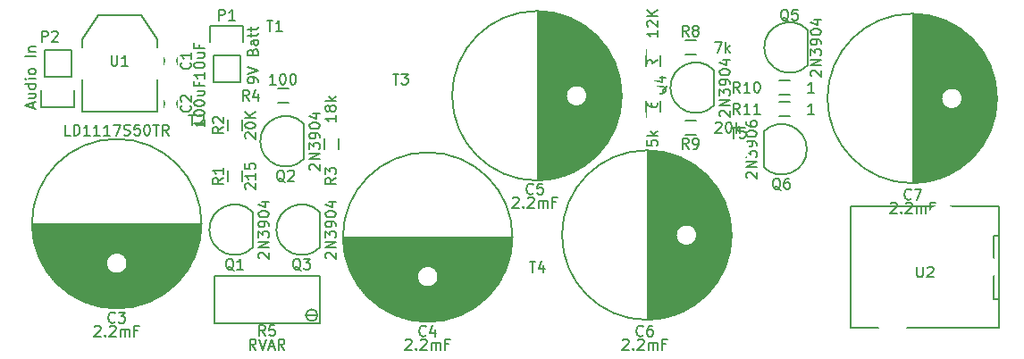
<source format=gbr>
G04 #@! TF.FileFunction,Legend,Top*
%FSLAX46Y46*%
G04 Gerber Fmt 4.6, Leading zero omitted, Abs format (unit mm)*
G04 Created by KiCad (PCBNEW 4.0.1-stable) date 1/20/2016 5:17:17 PM*
%MOMM*%
G01*
G04 APERTURE LIST*
%ADD10C,0.100000*%
%ADD11C,0.150000*%
%ADD12C,3.000000*%
%ADD13R,1.150000X1.600000*%
%ADD14R,2.432000X2.432000*%
%ADD15O,2.432000X2.432000*%
%ADD16R,1.300000X1.600000*%
%ADD17R,1.600000X1.300000*%
%ADD18R,4.057600X2.432000*%
%ADD19R,1.416000X2.432000*%
%ADD20R,1.700000X1.700000*%
%ADD21C,1.700000*%
%ADD22O,1.901140X1.299160*%
%ADD23C,1.900000*%
%ADD24C,1.924000*%
G04 APERTURE END LIST*
D10*
D11*
X115847000Y-116284000D02*
X116347000Y-116284000D01*
X115847000Y-110284000D02*
X116347000Y-110284000D01*
X115847000Y-110284000D02*
X115847000Y-116284000D01*
X102347000Y-119034000D02*
X102347000Y-107534000D01*
X116347000Y-107534000D02*
X116347000Y-119034000D01*
X102347000Y-119034000D02*
X116347000Y-119034000D01*
X102347000Y-107534000D02*
X116347000Y-107534000D01*
X37246000Y-94076000D02*
X37246000Y-93376000D01*
X38446000Y-93376000D02*
X38446000Y-94076000D01*
X37246000Y-98140000D02*
X37246000Y-97440000D01*
X38446000Y-97440000D02*
X38446000Y-98140000D01*
X44450000Y-93218000D02*
X44450000Y-95758000D01*
X44730000Y-90398000D02*
X44730000Y-91948000D01*
X44450000Y-93218000D02*
X41910000Y-93218000D01*
X41630000Y-91948000D02*
X41630000Y-90398000D01*
X41630000Y-90398000D02*
X44730000Y-90398000D01*
X41910000Y-93218000D02*
X41910000Y-95758000D01*
X41910000Y-95758000D02*
X44450000Y-95758000D01*
X25908000Y-95250000D02*
X25908000Y-92710000D01*
X25628000Y-98070000D02*
X25628000Y-96520000D01*
X25908000Y-95250000D02*
X28448000Y-95250000D01*
X28728000Y-96520000D02*
X28728000Y-98070000D01*
X28728000Y-98070000D02*
X25628000Y-98070000D01*
X28448000Y-95250000D02*
X28448000Y-92710000D01*
X28448000Y-92710000D02*
X25908000Y-92710000D01*
X43267000Y-105148000D02*
X43267000Y-104148000D01*
X44617000Y-104148000D02*
X44617000Y-105148000D01*
X43267000Y-100322000D02*
X43267000Y-99322000D01*
X44617000Y-99322000D02*
X44617000Y-100322000D01*
X52411000Y-102100000D02*
X52411000Y-101100000D01*
X53761000Y-101100000D02*
X53761000Y-102100000D01*
X49014000Y-97703000D02*
X48014000Y-97703000D01*
X48014000Y-96353000D02*
X49014000Y-96353000D01*
X82891000Y-94226000D02*
X82891000Y-93226000D01*
X84241000Y-93226000D02*
X84241000Y-94226000D01*
X82891000Y-98544000D02*
X82891000Y-97544000D01*
X84241000Y-97544000D02*
X84241000Y-98544000D01*
X86622000Y-91781000D02*
X87622000Y-91781000D01*
X87622000Y-93131000D02*
X86622000Y-93131000D01*
X86622000Y-99401000D02*
X87622000Y-99401000D01*
X87622000Y-100751000D02*
X86622000Y-100751000D01*
X96512000Y-96941000D02*
X95512000Y-96941000D01*
X95512000Y-95591000D02*
X96512000Y-95591000D01*
X95512000Y-97623000D02*
X96512000Y-97623000D01*
X96512000Y-98973000D02*
X95512000Y-98973000D01*
X29464000Y-95504000D02*
X29464000Y-98552000D01*
X29464000Y-98552000D02*
X36576000Y-98552000D01*
X36576000Y-98552000D02*
X36576000Y-95504000D01*
X29464000Y-92456000D02*
X29464000Y-91694000D01*
X29464000Y-91694000D02*
X30988000Y-89408000D01*
X30988000Y-89408000D02*
X35052000Y-89408000D01*
X35052000Y-89408000D02*
X36576000Y-91694000D01*
X36576000Y-91694000D02*
X36576000Y-92456000D01*
X40766000Y-109235000D02*
X24766000Y-109235000D01*
X40763000Y-109375000D02*
X24769000Y-109375000D01*
X40758000Y-109515000D02*
X24774000Y-109515000D01*
X40751000Y-109655000D02*
X24781000Y-109655000D01*
X40741000Y-109795000D02*
X24791000Y-109795000D01*
X40728000Y-109935000D02*
X24804000Y-109935000D01*
X40714000Y-110075000D02*
X24818000Y-110075000D01*
X40696000Y-110215000D02*
X24836000Y-110215000D01*
X40676000Y-110355000D02*
X24856000Y-110355000D01*
X40654000Y-110495000D02*
X24878000Y-110495000D01*
X40629000Y-110635000D02*
X24903000Y-110635000D01*
X40601000Y-110775000D02*
X24931000Y-110775000D01*
X40571000Y-110915000D02*
X24961000Y-110915000D01*
X40538000Y-111055000D02*
X24994000Y-111055000D01*
X40503000Y-111195000D02*
X25029000Y-111195000D01*
X40465000Y-111335000D02*
X25067000Y-111335000D01*
X40424000Y-111475000D02*
X25108000Y-111475000D01*
X40380000Y-111615000D02*
X25152000Y-111615000D01*
X40333000Y-111755000D02*
X25199000Y-111755000D01*
X40284000Y-111895000D02*
X25248000Y-111895000D01*
X40232000Y-112035000D02*
X33250000Y-112035000D01*
X32282000Y-112035000D02*
X25300000Y-112035000D01*
X40176000Y-112175000D02*
X33444000Y-112175000D01*
X32088000Y-112175000D02*
X25356000Y-112175000D01*
X40118000Y-112315000D02*
X33570000Y-112315000D01*
X31962000Y-112315000D02*
X25414000Y-112315000D01*
X40056000Y-112455000D02*
X33656000Y-112455000D01*
X31876000Y-112455000D02*
X25476000Y-112455000D01*
X39991000Y-112595000D02*
X33715000Y-112595000D01*
X31817000Y-112595000D02*
X25541000Y-112595000D01*
X39923000Y-112735000D02*
X33751000Y-112735000D01*
X31781000Y-112735000D02*
X25609000Y-112735000D01*
X39851000Y-112875000D02*
X33765000Y-112875000D01*
X31767000Y-112875000D02*
X25681000Y-112875000D01*
X39776000Y-113015000D02*
X33760000Y-113015000D01*
X31772000Y-113015000D02*
X25756000Y-113015000D01*
X39697000Y-113155000D02*
X33736000Y-113155000D01*
X31796000Y-113155000D02*
X25835000Y-113155000D01*
X39614000Y-113295000D02*
X33689000Y-113295000D01*
X31843000Y-113295000D02*
X25918000Y-113295000D01*
X39528000Y-113435000D02*
X33617000Y-113435000D01*
X31915000Y-113435000D02*
X26004000Y-113435000D01*
X39437000Y-113575000D02*
X33513000Y-113575000D01*
X32019000Y-113575000D02*
X26095000Y-113575000D01*
X39343000Y-113715000D02*
X33359000Y-113715000D01*
X32173000Y-113715000D02*
X26189000Y-113715000D01*
X39243000Y-113855000D02*
X33093000Y-113855000D01*
X32439000Y-113855000D02*
X26289000Y-113855000D01*
X39140000Y-113995000D02*
X26392000Y-113995000D01*
X39031000Y-114135000D02*
X26501000Y-114135000D01*
X38917000Y-114275000D02*
X26615000Y-114275000D01*
X38798000Y-114415000D02*
X26734000Y-114415000D01*
X38673000Y-114555000D02*
X26859000Y-114555000D01*
X38542000Y-114695000D02*
X26990000Y-114695000D01*
X38405000Y-114835000D02*
X27127000Y-114835000D01*
X38260000Y-114975000D02*
X27272000Y-114975000D01*
X38108000Y-115115000D02*
X27424000Y-115115000D01*
X37948000Y-115255000D02*
X27584000Y-115255000D01*
X37778000Y-115395000D02*
X27754000Y-115395000D01*
X37599000Y-115535000D02*
X27933000Y-115535000D01*
X37409000Y-115675000D02*
X28123000Y-115675000D01*
X37206000Y-115815000D02*
X28326000Y-115815000D01*
X36988000Y-115955000D02*
X28544000Y-115955000D01*
X36754000Y-116095000D02*
X28778000Y-116095000D01*
X36500000Y-116235000D02*
X29032000Y-116235000D01*
X36222000Y-116375000D02*
X29310000Y-116375000D01*
X35913000Y-116515000D02*
X29619000Y-116515000D01*
X35563000Y-116655000D02*
X29969000Y-116655000D01*
X35155000Y-116795000D02*
X30377000Y-116795000D01*
X34650000Y-116935000D02*
X30882000Y-116935000D01*
X33929000Y-117075000D02*
X31603000Y-117075000D01*
X33766000Y-112910000D02*
G75*
G03X33766000Y-112910000I-1000000J0D01*
G01*
X40803500Y-109160000D02*
G75*
G03X40803500Y-109160000I-8037500J0D01*
G01*
X70230000Y-110505000D02*
X54230000Y-110505000D01*
X70227000Y-110645000D02*
X54233000Y-110645000D01*
X70222000Y-110785000D02*
X54238000Y-110785000D01*
X70215000Y-110925000D02*
X54245000Y-110925000D01*
X70205000Y-111065000D02*
X54255000Y-111065000D01*
X70192000Y-111205000D02*
X54268000Y-111205000D01*
X70178000Y-111345000D02*
X54282000Y-111345000D01*
X70160000Y-111485000D02*
X54300000Y-111485000D01*
X70140000Y-111625000D02*
X54320000Y-111625000D01*
X70118000Y-111765000D02*
X54342000Y-111765000D01*
X70093000Y-111905000D02*
X54367000Y-111905000D01*
X70065000Y-112045000D02*
X54395000Y-112045000D01*
X70035000Y-112185000D02*
X54425000Y-112185000D01*
X70002000Y-112325000D02*
X54458000Y-112325000D01*
X69967000Y-112465000D02*
X54493000Y-112465000D01*
X69929000Y-112605000D02*
X54531000Y-112605000D01*
X69888000Y-112745000D02*
X54572000Y-112745000D01*
X69844000Y-112885000D02*
X54616000Y-112885000D01*
X69797000Y-113025000D02*
X54663000Y-113025000D01*
X69748000Y-113165000D02*
X54712000Y-113165000D01*
X69696000Y-113305000D02*
X62714000Y-113305000D01*
X61746000Y-113305000D02*
X54764000Y-113305000D01*
X69640000Y-113445000D02*
X62908000Y-113445000D01*
X61552000Y-113445000D02*
X54820000Y-113445000D01*
X69582000Y-113585000D02*
X63034000Y-113585000D01*
X61426000Y-113585000D02*
X54878000Y-113585000D01*
X69520000Y-113725000D02*
X63120000Y-113725000D01*
X61340000Y-113725000D02*
X54940000Y-113725000D01*
X69455000Y-113865000D02*
X63179000Y-113865000D01*
X61281000Y-113865000D02*
X55005000Y-113865000D01*
X69387000Y-114005000D02*
X63215000Y-114005000D01*
X61245000Y-114005000D02*
X55073000Y-114005000D01*
X69315000Y-114145000D02*
X63229000Y-114145000D01*
X61231000Y-114145000D02*
X55145000Y-114145000D01*
X69240000Y-114285000D02*
X63224000Y-114285000D01*
X61236000Y-114285000D02*
X55220000Y-114285000D01*
X69161000Y-114425000D02*
X63200000Y-114425000D01*
X61260000Y-114425000D02*
X55299000Y-114425000D01*
X69078000Y-114565000D02*
X63153000Y-114565000D01*
X61307000Y-114565000D02*
X55382000Y-114565000D01*
X68992000Y-114705000D02*
X63081000Y-114705000D01*
X61379000Y-114705000D02*
X55468000Y-114705000D01*
X68901000Y-114845000D02*
X62977000Y-114845000D01*
X61483000Y-114845000D02*
X55559000Y-114845000D01*
X68807000Y-114985000D02*
X62823000Y-114985000D01*
X61637000Y-114985000D02*
X55653000Y-114985000D01*
X68707000Y-115125000D02*
X62557000Y-115125000D01*
X61903000Y-115125000D02*
X55753000Y-115125000D01*
X68604000Y-115265000D02*
X55856000Y-115265000D01*
X68495000Y-115405000D02*
X55965000Y-115405000D01*
X68381000Y-115545000D02*
X56079000Y-115545000D01*
X68262000Y-115685000D02*
X56198000Y-115685000D01*
X68137000Y-115825000D02*
X56323000Y-115825000D01*
X68006000Y-115965000D02*
X56454000Y-115965000D01*
X67869000Y-116105000D02*
X56591000Y-116105000D01*
X67724000Y-116245000D02*
X56736000Y-116245000D01*
X67572000Y-116385000D02*
X56888000Y-116385000D01*
X67412000Y-116525000D02*
X57048000Y-116525000D01*
X67242000Y-116665000D02*
X57218000Y-116665000D01*
X67063000Y-116805000D02*
X57397000Y-116805000D01*
X66873000Y-116945000D02*
X57587000Y-116945000D01*
X66670000Y-117085000D02*
X57790000Y-117085000D01*
X66452000Y-117225000D02*
X58008000Y-117225000D01*
X66218000Y-117365000D02*
X58242000Y-117365000D01*
X65964000Y-117505000D02*
X58496000Y-117505000D01*
X65686000Y-117645000D02*
X58774000Y-117645000D01*
X65377000Y-117785000D02*
X59083000Y-117785000D01*
X65027000Y-117925000D02*
X59433000Y-117925000D01*
X64619000Y-118065000D02*
X59841000Y-118065000D01*
X64114000Y-118205000D02*
X60346000Y-118205000D01*
X63393000Y-118345000D02*
X61067000Y-118345000D01*
X63230000Y-114180000D02*
G75*
G03X63230000Y-114180000I-1000000J0D01*
G01*
X70267500Y-110430000D02*
G75*
G03X70267500Y-110430000I-8037500J0D01*
G01*
X72659000Y-89028000D02*
X72659000Y-105028000D01*
X72799000Y-89031000D02*
X72799000Y-105025000D01*
X72939000Y-89036000D02*
X72939000Y-105020000D01*
X73079000Y-89043000D02*
X73079000Y-105013000D01*
X73219000Y-89053000D02*
X73219000Y-105003000D01*
X73359000Y-89066000D02*
X73359000Y-104990000D01*
X73499000Y-89080000D02*
X73499000Y-104976000D01*
X73639000Y-89098000D02*
X73639000Y-104958000D01*
X73779000Y-89118000D02*
X73779000Y-104938000D01*
X73919000Y-89140000D02*
X73919000Y-104916000D01*
X74059000Y-89165000D02*
X74059000Y-104891000D01*
X74199000Y-89193000D02*
X74199000Y-104863000D01*
X74339000Y-89223000D02*
X74339000Y-104833000D01*
X74479000Y-89256000D02*
X74479000Y-104800000D01*
X74619000Y-89291000D02*
X74619000Y-104765000D01*
X74759000Y-89329000D02*
X74759000Y-104727000D01*
X74899000Y-89370000D02*
X74899000Y-104686000D01*
X75039000Y-89414000D02*
X75039000Y-104642000D01*
X75179000Y-89461000D02*
X75179000Y-104595000D01*
X75319000Y-89510000D02*
X75319000Y-104546000D01*
X75459000Y-89562000D02*
X75459000Y-96544000D01*
X75459000Y-97512000D02*
X75459000Y-104494000D01*
X75599000Y-89618000D02*
X75599000Y-96350000D01*
X75599000Y-97706000D02*
X75599000Y-104438000D01*
X75739000Y-89676000D02*
X75739000Y-96224000D01*
X75739000Y-97832000D02*
X75739000Y-104380000D01*
X75879000Y-89738000D02*
X75879000Y-96138000D01*
X75879000Y-97918000D02*
X75879000Y-104318000D01*
X76019000Y-89803000D02*
X76019000Y-96079000D01*
X76019000Y-97977000D02*
X76019000Y-104253000D01*
X76159000Y-89871000D02*
X76159000Y-96043000D01*
X76159000Y-98013000D02*
X76159000Y-104185000D01*
X76299000Y-89943000D02*
X76299000Y-96029000D01*
X76299000Y-98027000D02*
X76299000Y-104113000D01*
X76439000Y-90018000D02*
X76439000Y-96034000D01*
X76439000Y-98022000D02*
X76439000Y-104038000D01*
X76579000Y-90097000D02*
X76579000Y-96058000D01*
X76579000Y-97998000D02*
X76579000Y-103959000D01*
X76719000Y-90180000D02*
X76719000Y-96105000D01*
X76719000Y-97951000D02*
X76719000Y-103876000D01*
X76859000Y-90266000D02*
X76859000Y-96177000D01*
X76859000Y-97879000D02*
X76859000Y-103790000D01*
X76999000Y-90357000D02*
X76999000Y-96281000D01*
X76999000Y-97775000D02*
X76999000Y-103699000D01*
X77139000Y-90451000D02*
X77139000Y-96435000D01*
X77139000Y-97621000D02*
X77139000Y-103605000D01*
X77279000Y-90551000D02*
X77279000Y-96701000D01*
X77279000Y-97355000D02*
X77279000Y-103505000D01*
X77419000Y-90654000D02*
X77419000Y-103402000D01*
X77559000Y-90763000D02*
X77559000Y-103293000D01*
X77699000Y-90877000D02*
X77699000Y-103179000D01*
X77839000Y-90996000D02*
X77839000Y-103060000D01*
X77979000Y-91121000D02*
X77979000Y-102935000D01*
X78119000Y-91252000D02*
X78119000Y-102804000D01*
X78259000Y-91389000D02*
X78259000Y-102667000D01*
X78399000Y-91534000D02*
X78399000Y-102522000D01*
X78539000Y-91686000D02*
X78539000Y-102370000D01*
X78679000Y-91846000D02*
X78679000Y-102210000D01*
X78819000Y-92016000D02*
X78819000Y-102040000D01*
X78959000Y-92195000D02*
X78959000Y-101861000D01*
X79099000Y-92385000D02*
X79099000Y-101671000D01*
X79239000Y-92588000D02*
X79239000Y-101468000D01*
X79379000Y-92806000D02*
X79379000Y-101250000D01*
X79519000Y-93040000D02*
X79519000Y-101016000D01*
X79659000Y-93294000D02*
X79659000Y-100762000D01*
X79799000Y-93572000D02*
X79799000Y-100484000D01*
X79939000Y-93881000D02*
X79939000Y-100175000D01*
X80079000Y-94231000D02*
X80079000Y-99825000D01*
X80219000Y-94639000D02*
X80219000Y-99417000D01*
X80359000Y-95144000D02*
X80359000Y-98912000D01*
X80499000Y-95865000D02*
X80499000Y-98191000D01*
X77334000Y-97028000D02*
G75*
G03X77334000Y-97028000I-1000000J0D01*
G01*
X80621500Y-97028000D02*
G75*
G03X80621500Y-97028000I-8037500J0D01*
G01*
X83073000Y-102236000D02*
X83073000Y-118236000D01*
X83213000Y-102239000D02*
X83213000Y-118233000D01*
X83353000Y-102244000D02*
X83353000Y-118228000D01*
X83493000Y-102251000D02*
X83493000Y-118221000D01*
X83633000Y-102261000D02*
X83633000Y-118211000D01*
X83773000Y-102274000D02*
X83773000Y-118198000D01*
X83913000Y-102288000D02*
X83913000Y-118184000D01*
X84053000Y-102306000D02*
X84053000Y-118166000D01*
X84193000Y-102326000D02*
X84193000Y-118146000D01*
X84333000Y-102348000D02*
X84333000Y-118124000D01*
X84473000Y-102373000D02*
X84473000Y-118099000D01*
X84613000Y-102401000D02*
X84613000Y-118071000D01*
X84753000Y-102431000D02*
X84753000Y-118041000D01*
X84893000Y-102464000D02*
X84893000Y-118008000D01*
X85033000Y-102499000D02*
X85033000Y-117973000D01*
X85173000Y-102537000D02*
X85173000Y-117935000D01*
X85313000Y-102578000D02*
X85313000Y-117894000D01*
X85453000Y-102622000D02*
X85453000Y-117850000D01*
X85593000Y-102669000D02*
X85593000Y-117803000D01*
X85733000Y-102718000D02*
X85733000Y-117754000D01*
X85873000Y-102770000D02*
X85873000Y-109752000D01*
X85873000Y-110720000D02*
X85873000Y-117702000D01*
X86013000Y-102826000D02*
X86013000Y-109558000D01*
X86013000Y-110914000D02*
X86013000Y-117646000D01*
X86153000Y-102884000D02*
X86153000Y-109432000D01*
X86153000Y-111040000D02*
X86153000Y-117588000D01*
X86293000Y-102946000D02*
X86293000Y-109346000D01*
X86293000Y-111126000D02*
X86293000Y-117526000D01*
X86433000Y-103011000D02*
X86433000Y-109287000D01*
X86433000Y-111185000D02*
X86433000Y-117461000D01*
X86573000Y-103079000D02*
X86573000Y-109251000D01*
X86573000Y-111221000D02*
X86573000Y-117393000D01*
X86713000Y-103151000D02*
X86713000Y-109237000D01*
X86713000Y-111235000D02*
X86713000Y-117321000D01*
X86853000Y-103226000D02*
X86853000Y-109242000D01*
X86853000Y-111230000D02*
X86853000Y-117246000D01*
X86993000Y-103305000D02*
X86993000Y-109266000D01*
X86993000Y-111206000D02*
X86993000Y-117167000D01*
X87133000Y-103388000D02*
X87133000Y-109313000D01*
X87133000Y-111159000D02*
X87133000Y-117084000D01*
X87273000Y-103474000D02*
X87273000Y-109385000D01*
X87273000Y-111087000D02*
X87273000Y-116998000D01*
X87413000Y-103565000D02*
X87413000Y-109489000D01*
X87413000Y-110983000D02*
X87413000Y-116907000D01*
X87553000Y-103659000D02*
X87553000Y-109643000D01*
X87553000Y-110829000D02*
X87553000Y-116813000D01*
X87693000Y-103759000D02*
X87693000Y-109909000D01*
X87693000Y-110563000D02*
X87693000Y-116713000D01*
X87833000Y-103862000D02*
X87833000Y-116610000D01*
X87973000Y-103971000D02*
X87973000Y-116501000D01*
X88113000Y-104085000D02*
X88113000Y-116387000D01*
X88253000Y-104204000D02*
X88253000Y-116268000D01*
X88393000Y-104329000D02*
X88393000Y-116143000D01*
X88533000Y-104460000D02*
X88533000Y-116012000D01*
X88673000Y-104597000D02*
X88673000Y-115875000D01*
X88813000Y-104742000D02*
X88813000Y-115730000D01*
X88953000Y-104894000D02*
X88953000Y-115578000D01*
X89093000Y-105054000D02*
X89093000Y-115418000D01*
X89233000Y-105224000D02*
X89233000Y-115248000D01*
X89373000Y-105403000D02*
X89373000Y-115069000D01*
X89513000Y-105593000D02*
X89513000Y-114879000D01*
X89653000Y-105796000D02*
X89653000Y-114676000D01*
X89793000Y-106014000D02*
X89793000Y-114458000D01*
X89933000Y-106248000D02*
X89933000Y-114224000D01*
X90073000Y-106502000D02*
X90073000Y-113970000D01*
X90213000Y-106780000D02*
X90213000Y-113692000D01*
X90353000Y-107089000D02*
X90353000Y-113383000D01*
X90493000Y-107439000D02*
X90493000Y-113033000D01*
X90633000Y-107847000D02*
X90633000Y-112625000D01*
X90773000Y-108352000D02*
X90773000Y-112120000D01*
X90913000Y-109073000D02*
X90913000Y-111399000D01*
X87748000Y-110236000D02*
G75*
G03X87748000Y-110236000I-1000000J0D01*
G01*
X91035500Y-110236000D02*
G75*
G03X91035500Y-110236000I-8037500J0D01*
G01*
X108219000Y-89282000D02*
X108219000Y-105282000D01*
X108359000Y-89285000D02*
X108359000Y-105279000D01*
X108499000Y-89290000D02*
X108499000Y-105274000D01*
X108639000Y-89297000D02*
X108639000Y-105267000D01*
X108779000Y-89307000D02*
X108779000Y-105257000D01*
X108919000Y-89320000D02*
X108919000Y-105244000D01*
X109059000Y-89334000D02*
X109059000Y-105230000D01*
X109199000Y-89352000D02*
X109199000Y-105212000D01*
X109339000Y-89372000D02*
X109339000Y-105192000D01*
X109479000Y-89394000D02*
X109479000Y-105170000D01*
X109619000Y-89419000D02*
X109619000Y-105145000D01*
X109759000Y-89447000D02*
X109759000Y-105117000D01*
X109899000Y-89477000D02*
X109899000Y-105087000D01*
X110039000Y-89510000D02*
X110039000Y-105054000D01*
X110179000Y-89545000D02*
X110179000Y-105019000D01*
X110319000Y-89583000D02*
X110319000Y-104981000D01*
X110459000Y-89624000D02*
X110459000Y-104940000D01*
X110599000Y-89668000D02*
X110599000Y-104896000D01*
X110739000Y-89715000D02*
X110739000Y-104849000D01*
X110879000Y-89764000D02*
X110879000Y-104800000D01*
X111019000Y-89816000D02*
X111019000Y-96798000D01*
X111019000Y-97766000D02*
X111019000Y-104748000D01*
X111159000Y-89872000D02*
X111159000Y-96604000D01*
X111159000Y-97960000D02*
X111159000Y-104692000D01*
X111299000Y-89930000D02*
X111299000Y-96478000D01*
X111299000Y-98086000D02*
X111299000Y-104634000D01*
X111439000Y-89992000D02*
X111439000Y-96392000D01*
X111439000Y-98172000D02*
X111439000Y-104572000D01*
X111579000Y-90057000D02*
X111579000Y-96333000D01*
X111579000Y-98231000D02*
X111579000Y-104507000D01*
X111719000Y-90125000D02*
X111719000Y-96297000D01*
X111719000Y-98267000D02*
X111719000Y-104439000D01*
X111859000Y-90197000D02*
X111859000Y-96283000D01*
X111859000Y-98281000D02*
X111859000Y-104367000D01*
X111999000Y-90272000D02*
X111999000Y-96288000D01*
X111999000Y-98276000D02*
X111999000Y-104292000D01*
X112139000Y-90351000D02*
X112139000Y-96312000D01*
X112139000Y-98252000D02*
X112139000Y-104213000D01*
X112279000Y-90434000D02*
X112279000Y-96359000D01*
X112279000Y-98205000D02*
X112279000Y-104130000D01*
X112419000Y-90520000D02*
X112419000Y-96431000D01*
X112419000Y-98133000D02*
X112419000Y-104044000D01*
X112559000Y-90611000D02*
X112559000Y-96535000D01*
X112559000Y-98029000D02*
X112559000Y-103953000D01*
X112699000Y-90705000D02*
X112699000Y-96689000D01*
X112699000Y-97875000D02*
X112699000Y-103859000D01*
X112839000Y-90805000D02*
X112839000Y-96955000D01*
X112839000Y-97609000D02*
X112839000Y-103759000D01*
X112979000Y-90908000D02*
X112979000Y-103656000D01*
X113119000Y-91017000D02*
X113119000Y-103547000D01*
X113259000Y-91131000D02*
X113259000Y-103433000D01*
X113399000Y-91250000D02*
X113399000Y-103314000D01*
X113539000Y-91375000D02*
X113539000Y-103189000D01*
X113679000Y-91506000D02*
X113679000Y-103058000D01*
X113819000Y-91643000D02*
X113819000Y-102921000D01*
X113959000Y-91788000D02*
X113959000Y-102776000D01*
X114099000Y-91940000D02*
X114099000Y-102624000D01*
X114239000Y-92100000D02*
X114239000Y-102464000D01*
X114379000Y-92270000D02*
X114379000Y-102294000D01*
X114519000Y-92449000D02*
X114519000Y-102115000D01*
X114659000Y-92639000D02*
X114659000Y-101925000D01*
X114799000Y-92842000D02*
X114799000Y-101722000D01*
X114939000Y-93060000D02*
X114939000Y-101504000D01*
X115079000Y-93294000D02*
X115079000Y-101270000D01*
X115219000Y-93548000D02*
X115219000Y-101016000D01*
X115359000Y-93826000D02*
X115359000Y-100738000D01*
X115499000Y-94135000D02*
X115499000Y-100429000D01*
X115639000Y-94485000D02*
X115639000Y-100079000D01*
X115779000Y-94893000D02*
X115779000Y-99671000D01*
X115919000Y-95398000D02*
X115919000Y-99166000D01*
X116059000Y-96119000D02*
X116059000Y-98445000D01*
X112894000Y-97282000D02*
G75*
G03X112894000Y-97282000I-1000000J0D01*
G01*
X116181500Y-97282000D02*
G75*
G03X116181500Y-97282000I-8037500J0D01*
G01*
X45642000Y-111428000D02*
X45642000Y-108028000D01*
X45639056Y-111425056D02*
G75*
G02X41542000Y-109728000I-1697056J1697056D01*
G01*
X45639056Y-108030944D02*
G75*
G03X41542000Y-109728000I-1697056J-1697056D01*
G01*
X50468000Y-103046000D02*
X50468000Y-99646000D01*
X50465056Y-103043056D02*
G75*
G02X46368000Y-101346000I-1697056J1697056D01*
G01*
X50465056Y-99648944D02*
G75*
G03X46368000Y-101346000I-1697056J-1697056D01*
G01*
X51992000Y-111428000D02*
X51992000Y-108028000D01*
X51989056Y-111425056D02*
G75*
G02X47892000Y-109728000I-1697056J1697056D01*
G01*
X51989056Y-108030944D02*
G75*
G03X47892000Y-109728000I-1697056J-1697056D01*
G01*
X89330000Y-97966000D02*
X89330000Y-94566000D01*
X89327056Y-97963056D02*
G75*
G02X85230000Y-96266000I-1697056J1697056D01*
G01*
X89327056Y-94568944D02*
G75*
G03X85230000Y-96266000I-1697056J-1697056D01*
G01*
X98220000Y-94156000D02*
X98220000Y-90756000D01*
X98217056Y-94153056D02*
G75*
G02X94120000Y-92456000I-1697056J1697056D01*
G01*
X98217056Y-90758944D02*
G75*
G03X94120000Y-92456000I-1697056J-1697056D01*
G01*
X94058000Y-100408000D02*
X94058000Y-103808000D01*
X94060944Y-100410944D02*
G75*
G02X98158000Y-102108000I1697056J-1697056D01*
G01*
X94060944Y-103805056D02*
G75*
G03X98158000Y-102108000I1697056J1697056D01*
G01*
X50740000Y-117832000D02*
X51740000Y-117832000D01*
X51799017Y-117832000D02*
G75*
G03X51799017Y-117832000I-559017J0D01*
G01*
X51990000Y-118582000D02*
X41990000Y-118582000D01*
X41990000Y-114082000D02*
X51990000Y-114082000D01*
X41990000Y-114082000D02*
X41990000Y-118582000D01*
X51990000Y-114082000D02*
X51990000Y-118582000D01*
X108585095Y-113236381D02*
X108585095Y-114045905D01*
X108632714Y-114141143D01*
X108680333Y-114188762D01*
X108775571Y-114236381D01*
X108966048Y-114236381D01*
X109061286Y-114188762D01*
X109108905Y-114141143D01*
X109156524Y-114045905D01*
X109156524Y-113236381D01*
X109585095Y-113331619D02*
X109632714Y-113284000D01*
X109727952Y-113236381D01*
X109966048Y-113236381D01*
X110061286Y-113284000D01*
X110108905Y-113331619D01*
X110156524Y-113426857D01*
X110156524Y-113522095D01*
X110108905Y-113664952D01*
X109537476Y-114236381D01*
X110156524Y-114236381D01*
X39727143Y-93892666D02*
X39774762Y-93940285D01*
X39822381Y-94083142D01*
X39822381Y-94178380D01*
X39774762Y-94321238D01*
X39679524Y-94416476D01*
X39584286Y-94464095D01*
X39393810Y-94511714D01*
X39250952Y-94511714D01*
X39060476Y-94464095D01*
X38965238Y-94416476D01*
X38870000Y-94321238D01*
X38822381Y-94178380D01*
X38822381Y-94083142D01*
X38870000Y-93940285D01*
X38917619Y-93892666D01*
X39822381Y-92940285D02*
X39822381Y-93511714D01*
X39822381Y-93226000D02*
X38822381Y-93226000D01*
X38965238Y-93321238D01*
X39060476Y-93416476D01*
X39108095Y-93511714D01*
X41092381Y-94797428D02*
X41092381Y-95368857D01*
X41092381Y-95083143D02*
X40092381Y-95083143D01*
X40235238Y-95178381D01*
X40330476Y-95273619D01*
X40378095Y-95368857D01*
X40092381Y-94178381D02*
X40092381Y-94083142D01*
X40140000Y-93987904D01*
X40187619Y-93940285D01*
X40282857Y-93892666D01*
X40473333Y-93845047D01*
X40711429Y-93845047D01*
X40901905Y-93892666D01*
X40997143Y-93940285D01*
X41044762Y-93987904D01*
X41092381Y-94083142D01*
X41092381Y-94178381D01*
X41044762Y-94273619D01*
X40997143Y-94321238D01*
X40901905Y-94368857D01*
X40711429Y-94416476D01*
X40473333Y-94416476D01*
X40282857Y-94368857D01*
X40187619Y-94321238D01*
X40140000Y-94273619D01*
X40092381Y-94178381D01*
X40425714Y-92987904D02*
X41092381Y-92987904D01*
X40425714Y-93416476D02*
X40949524Y-93416476D01*
X41044762Y-93368857D01*
X41092381Y-93273619D01*
X41092381Y-93130761D01*
X41044762Y-93035523D01*
X40997143Y-92987904D01*
X40568571Y-92178380D02*
X40568571Y-92511714D01*
X41092381Y-92511714D02*
X40092381Y-92511714D01*
X40092381Y-92035523D01*
X39727143Y-97956666D02*
X39774762Y-98004285D01*
X39822381Y-98147142D01*
X39822381Y-98242380D01*
X39774762Y-98385238D01*
X39679524Y-98480476D01*
X39584286Y-98528095D01*
X39393810Y-98575714D01*
X39250952Y-98575714D01*
X39060476Y-98528095D01*
X38965238Y-98480476D01*
X38870000Y-98385238D01*
X38822381Y-98242380D01*
X38822381Y-98147142D01*
X38870000Y-98004285D01*
X38917619Y-97956666D01*
X38917619Y-97575714D02*
X38870000Y-97528095D01*
X38822381Y-97432857D01*
X38822381Y-97194761D01*
X38870000Y-97099523D01*
X38917619Y-97051904D01*
X39012857Y-97004285D01*
X39108095Y-97004285D01*
X39250952Y-97051904D01*
X39822381Y-97623333D01*
X39822381Y-97004285D01*
X41092381Y-99337619D02*
X41092381Y-99909048D01*
X41092381Y-99623334D02*
X40092381Y-99623334D01*
X40235238Y-99718572D01*
X40330476Y-99813810D01*
X40378095Y-99909048D01*
X40092381Y-98718572D02*
X40092381Y-98623333D01*
X40140000Y-98528095D01*
X40187619Y-98480476D01*
X40282857Y-98432857D01*
X40473333Y-98385238D01*
X40711429Y-98385238D01*
X40901905Y-98432857D01*
X40997143Y-98480476D01*
X41044762Y-98528095D01*
X41092381Y-98623333D01*
X41092381Y-98718572D01*
X41044762Y-98813810D01*
X40997143Y-98861429D01*
X40901905Y-98909048D01*
X40711429Y-98956667D01*
X40473333Y-98956667D01*
X40282857Y-98909048D01*
X40187619Y-98861429D01*
X40140000Y-98813810D01*
X40092381Y-98718572D01*
X40092381Y-97766191D02*
X40092381Y-97670952D01*
X40140000Y-97575714D01*
X40187619Y-97528095D01*
X40282857Y-97480476D01*
X40473333Y-97432857D01*
X40711429Y-97432857D01*
X40901905Y-97480476D01*
X40997143Y-97528095D01*
X41044762Y-97575714D01*
X41092381Y-97670952D01*
X41092381Y-97766191D01*
X41044762Y-97861429D01*
X40997143Y-97909048D01*
X40901905Y-97956667D01*
X40711429Y-98004286D01*
X40473333Y-98004286D01*
X40282857Y-97956667D01*
X40187619Y-97909048D01*
X40140000Y-97861429D01*
X40092381Y-97766191D01*
X40425714Y-96575714D02*
X41092381Y-96575714D01*
X40425714Y-97004286D02*
X40949524Y-97004286D01*
X41044762Y-96956667D01*
X41092381Y-96861429D01*
X41092381Y-96718571D01*
X41044762Y-96623333D01*
X40997143Y-96575714D01*
X40568571Y-95766190D02*
X40568571Y-96099524D01*
X41092381Y-96099524D02*
X40092381Y-96099524D01*
X40092381Y-95623333D01*
X42441905Y-89860381D02*
X42441905Y-88860381D01*
X42822858Y-88860381D01*
X42918096Y-88908000D01*
X42965715Y-88955619D01*
X43013334Y-89050857D01*
X43013334Y-89193714D01*
X42965715Y-89288952D01*
X42918096Y-89336571D01*
X42822858Y-89384190D01*
X42441905Y-89384190D01*
X43965715Y-89860381D02*
X43394286Y-89860381D01*
X43680000Y-89860381D02*
X43680000Y-88860381D01*
X43584762Y-89003238D01*
X43489524Y-89098476D01*
X43394286Y-89146095D01*
X46172381Y-95741810D02*
X46172381Y-95551334D01*
X46124762Y-95456095D01*
X46077143Y-95408476D01*
X45934286Y-95313238D01*
X45743810Y-95265619D01*
X45362857Y-95265619D01*
X45267619Y-95313238D01*
X45220000Y-95360857D01*
X45172381Y-95456095D01*
X45172381Y-95646572D01*
X45220000Y-95741810D01*
X45267619Y-95789429D01*
X45362857Y-95837048D01*
X45600952Y-95837048D01*
X45696190Y-95789429D01*
X45743810Y-95741810D01*
X45791429Y-95646572D01*
X45791429Y-95456095D01*
X45743810Y-95360857D01*
X45696190Y-95313238D01*
X45600952Y-95265619D01*
X45172381Y-94979905D02*
X46172381Y-94646572D01*
X45172381Y-94313238D01*
X45648571Y-92884666D02*
X45696190Y-92741809D01*
X45743810Y-92694190D01*
X45839048Y-92646571D01*
X45981905Y-92646571D01*
X46077143Y-92694190D01*
X46124762Y-92741809D01*
X46172381Y-92837047D01*
X46172381Y-93218000D01*
X45172381Y-93218000D01*
X45172381Y-92884666D01*
X45220000Y-92789428D01*
X45267619Y-92741809D01*
X45362857Y-92694190D01*
X45458095Y-92694190D01*
X45553333Y-92741809D01*
X45600952Y-92789428D01*
X45648571Y-92884666D01*
X45648571Y-93218000D01*
X46172381Y-91789428D02*
X45648571Y-91789428D01*
X45553333Y-91837047D01*
X45505714Y-91932285D01*
X45505714Y-92122762D01*
X45553333Y-92218000D01*
X46124762Y-91789428D02*
X46172381Y-91884666D01*
X46172381Y-92122762D01*
X46124762Y-92218000D01*
X46029524Y-92265619D01*
X45934286Y-92265619D01*
X45839048Y-92218000D01*
X45791429Y-92122762D01*
X45791429Y-91884666D01*
X45743810Y-91789428D01*
X45505714Y-91456095D02*
X45505714Y-91075143D01*
X45172381Y-91313238D02*
X46029524Y-91313238D01*
X46124762Y-91265619D01*
X46172381Y-91170381D01*
X46172381Y-91075143D01*
X45505714Y-90884666D02*
X45505714Y-90503714D01*
X45172381Y-90741809D02*
X46029524Y-90741809D01*
X46124762Y-90694190D01*
X46172381Y-90598952D01*
X46172381Y-90503714D01*
X25677905Y-91892381D02*
X25677905Y-90892381D01*
X26058858Y-90892381D01*
X26154096Y-90940000D01*
X26201715Y-90987619D01*
X26249334Y-91082857D01*
X26249334Y-91225714D01*
X26201715Y-91320952D01*
X26154096Y-91368571D01*
X26058858Y-91416190D01*
X25677905Y-91416190D01*
X26630286Y-90987619D02*
X26677905Y-90940000D01*
X26773143Y-90892381D01*
X27011239Y-90892381D01*
X27106477Y-90940000D01*
X27154096Y-90987619D01*
X27201715Y-91082857D01*
X27201715Y-91178095D01*
X27154096Y-91320952D01*
X26582667Y-91892381D01*
X27201715Y-91892381D01*
X24804667Y-98154762D02*
X24804667Y-97678571D01*
X25090381Y-98250000D02*
X24090381Y-97916667D01*
X25090381Y-97583333D01*
X24423714Y-96821428D02*
X25090381Y-96821428D01*
X24423714Y-97250000D02*
X24947524Y-97250000D01*
X25042762Y-97202381D01*
X25090381Y-97107143D01*
X25090381Y-96964285D01*
X25042762Y-96869047D01*
X24995143Y-96821428D01*
X25090381Y-95916666D02*
X24090381Y-95916666D01*
X25042762Y-95916666D02*
X25090381Y-96011904D01*
X25090381Y-96202381D01*
X25042762Y-96297619D01*
X24995143Y-96345238D01*
X24899905Y-96392857D01*
X24614190Y-96392857D01*
X24518952Y-96345238D01*
X24471333Y-96297619D01*
X24423714Y-96202381D01*
X24423714Y-96011904D01*
X24471333Y-95916666D01*
X25090381Y-95440476D02*
X24423714Y-95440476D01*
X24090381Y-95440476D02*
X24138000Y-95488095D01*
X24185619Y-95440476D01*
X24138000Y-95392857D01*
X24090381Y-95440476D01*
X24185619Y-95440476D01*
X25090381Y-94821429D02*
X25042762Y-94916667D01*
X24995143Y-94964286D01*
X24899905Y-95011905D01*
X24614190Y-95011905D01*
X24518952Y-94964286D01*
X24471333Y-94916667D01*
X24423714Y-94821429D01*
X24423714Y-94678571D01*
X24471333Y-94583333D01*
X24518952Y-94535714D01*
X24614190Y-94488095D01*
X24899905Y-94488095D01*
X24995143Y-94535714D01*
X25042762Y-94583333D01*
X25090381Y-94678571D01*
X25090381Y-94821429D01*
X25090381Y-93297619D02*
X24090381Y-93297619D01*
X24423714Y-92821429D02*
X25090381Y-92821429D01*
X24518952Y-92821429D02*
X24471333Y-92773810D01*
X24423714Y-92678572D01*
X24423714Y-92535714D01*
X24471333Y-92440476D01*
X24566571Y-92392857D01*
X25090381Y-92392857D01*
X42870381Y-104814666D02*
X42394190Y-105148000D01*
X42870381Y-105386095D02*
X41870381Y-105386095D01*
X41870381Y-105005142D01*
X41918000Y-104909904D01*
X41965619Y-104862285D01*
X42060857Y-104814666D01*
X42203714Y-104814666D01*
X42298952Y-104862285D01*
X42346571Y-104909904D01*
X42394190Y-105005142D01*
X42394190Y-105386095D01*
X42870381Y-103862285D02*
X42870381Y-104433714D01*
X42870381Y-104148000D02*
X41870381Y-104148000D01*
X42013238Y-104243238D01*
X42108476Y-104338476D01*
X42156095Y-104433714D01*
X45013619Y-105886095D02*
X44966000Y-105838476D01*
X44918381Y-105743238D01*
X44918381Y-105505142D01*
X44966000Y-105409904D01*
X45013619Y-105362285D01*
X45108857Y-105314666D01*
X45204095Y-105314666D01*
X45346952Y-105362285D01*
X45918381Y-105933714D01*
X45918381Y-105314666D01*
X45918381Y-104362285D02*
X45918381Y-104933714D01*
X45918381Y-104648000D02*
X44918381Y-104648000D01*
X45061238Y-104743238D01*
X45156476Y-104838476D01*
X45204095Y-104933714D01*
X44918381Y-103457523D02*
X44918381Y-103933714D01*
X45394571Y-103981333D01*
X45346952Y-103933714D01*
X45299333Y-103838476D01*
X45299333Y-103600380D01*
X45346952Y-103505142D01*
X45394571Y-103457523D01*
X45489810Y-103409904D01*
X45727905Y-103409904D01*
X45823143Y-103457523D01*
X45870762Y-103505142D01*
X45918381Y-103600380D01*
X45918381Y-103838476D01*
X45870762Y-103933714D01*
X45823143Y-103981333D01*
X42870381Y-99988666D02*
X42394190Y-100322000D01*
X42870381Y-100560095D02*
X41870381Y-100560095D01*
X41870381Y-100179142D01*
X41918000Y-100083904D01*
X41965619Y-100036285D01*
X42060857Y-99988666D01*
X42203714Y-99988666D01*
X42298952Y-100036285D01*
X42346571Y-100083904D01*
X42394190Y-100179142D01*
X42394190Y-100560095D01*
X41965619Y-99607714D02*
X41918000Y-99560095D01*
X41870381Y-99464857D01*
X41870381Y-99226761D01*
X41918000Y-99131523D01*
X41965619Y-99083904D01*
X42060857Y-99036285D01*
X42156095Y-99036285D01*
X42298952Y-99083904D01*
X42870381Y-99655333D01*
X42870381Y-99036285D01*
X45013619Y-101083905D02*
X44966000Y-101036286D01*
X44918381Y-100941048D01*
X44918381Y-100702952D01*
X44966000Y-100607714D01*
X45013619Y-100560095D01*
X45108857Y-100512476D01*
X45204095Y-100512476D01*
X45346952Y-100560095D01*
X45918381Y-101131524D01*
X45918381Y-100512476D01*
X44918381Y-99893429D02*
X44918381Y-99798190D01*
X44966000Y-99702952D01*
X45013619Y-99655333D01*
X45108857Y-99607714D01*
X45299333Y-99560095D01*
X45537429Y-99560095D01*
X45727905Y-99607714D01*
X45823143Y-99655333D01*
X45870762Y-99702952D01*
X45918381Y-99798190D01*
X45918381Y-99893429D01*
X45870762Y-99988667D01*
X45823143Y-100036286D01*
X45727905Y-100083905D01*
X45537429Y-100131524D01*
X45299333Y-100131524D01*
X45108857Y-100083905D01*
X45013619Y-100036286D01*
X44966000Y-99988667D01*
X44918381Y-99893429D01*
X45918381Y-99131524D02*
X44918381Y-99131524D01*
X45918381Y-98560095D02*
X45346952Y-98988667D01*
X44918381Y-98560095D02*
X45489810Y-99131524D01*
X53538381Y-104814666D02*
X53062190Y-105148000D01*
X53538381Y-105386095D02*
X52538381Y-105386095D01*
X52538381Y-105005142D01*
X52586000Y-104909904D01*
X52633619Y-104862285D01*
X52728857Y-104814666D01*
X52871714Y-104814666D01*
X52966952Y-104862285D01*
X53014571Y-104909904D01*
X53062190Y-105005142D01*
X53062190Y-105386095D01*
X52538381Y-104481333D02*
X52538381Y-103862285D01*
X52919333Y-104195619D01*
X52919333Y-104052761D01*
X52966952Y-103957523D01*
X53014571Y-103909904D01*
X53109810Y-103862285D01*
X53347905Y-103862285D01*
X53443143Y-103909904D01*
X53490762Y-103957523D01*
X53538381Y-104052761D01*
X53538381Y-104338476D01*
X53490762Y-104433714D01*
X53443143Y-104481333D01*
X53538381Y-98893238D02*
X53538381Y-99464667D01*
X53538381Y-99178953D02*
X52538381Y-99178953D01*
X52681238Y-99274191D01*
X52776476Y-99369429D01*
X52824095Y-99464667D01*
X52966952Y-98321810D02*
X52919333Y-98417048D01*
X52871714Y-98464667D01*
X52776476Y-98512286D01*
X52728857Y-98512286D01*
X52633619Y-98464667D01*
X52586000Y-98417048D01*
X52538381Y-98321810D01*
X52538381Y-98131333D01*
X52586000Y-98036095D01*
X52633619Y-97988476D01*
X52728857Y-97940857D01*
X52776476Y-97940857D01*
X52871714Y-97988476D01*
X52919333Y-98036095D01*
X52966952Y-98131333D01*
X52966952Y-98321810D01*
X53014571Y-98417048D01*
X53062190Y-98464667D01*
X53157429Y-98512286D01*
X53347905Y-98512286D01*
X53443143Y-98464667D01*
X53490762Y-98417048D01*
X53538381Y-98321810D01*
X53538381Y-98131333D01*
X53490762Y-98036095D01*
X53443143Y-97988476D01*
X53347905Y-97940857D01*
X53157429Y-97940857D01*
X53062190Y-97988476D01*
X53014571Y-98036095D01*
X52966952Y-98131333D01*
X53538381Y-97512286D02*
X52538381Y-97512286D01*
X53157429Y-97417048D02*
X53538381Y-97131333D01*
X52871714Y-97131333D02*
X53252667Y-97512286D01*
X45299334Y-97480381D02*
X44966000Y-97004190D01*
X44727905Y-97480381D02*
X44727905Y-96480381D01*
X45108858Y-96480381D01*
X45204096Y-96528000D01*
X45251715Y-96575619D01*
X45299334Y-96670857D01*
X45299334Y-96813714D01*
X45251715Y-96908952D01*
X45204096Y-96956571D01*
X45108858Y-97004190D01*
X44727905Y-97004190D01*
X46156477Y-96813714D02*
X46156477Y-97480381D01*
X45918381Y-96432762D02*
X45680286Y-97147048D01*
X46299334Y-97147048D01*
X47847334Y-95956381D02*
X47275905Y-95956381D01*
X47561619Y-95956381D02*
X47561619Y-94956381D01*
X47466381Y-95099238D01*
X47371143Y-95194476D01*
X47275905Y-95242095D01*
X48466381Y-94956381D02*
X48561620Y-94956381D01*
X48656858Y-95004000D01*
X48704477Y-95051619D01*
X48752096Y-95146857D01*
X48799715Y-95337333D01*
X48799715Y-95575429D01*
X48752096Y-95765905D01*
X48704477Y-95861143D01*
X48656858Y-95908762D01*
X48561620Y-95956381D01*
X48466381Y-95956381D01*
X48371143Y-95908762D01*
X48323524Y-95861143D01*
X48275905Y-95765905D01*
X48228286Y-95575429D01*
X48228286Y-95337333D01*
X48275905Y-95146857D01*
X48323524Y-95051619D01*
X48371143Y-95004000D01*
X48466381Y-94956381D01*
X49418762Y-94956381D02*
X49514001Y-94956381D01*
X49609239Y-95004000D01*
X49656858Y-95051619D01*
X49704477Y-95146857D01*
X49752096Y-95337333D01*
X49752096Y-95575429D01*
X49704477Y-95765905D01*
X49656858Y-95861143D01*
X49609239Y-95908762D01*
X49514001Y-95956381D01*
X49418762Y-95956381D01*
X49323524Y-95908762D01*
X49275905Y-95861143D01*
X49228286Y-95765905D01*
X49180667Y-95575429D01*
X49180667Y-95337333D01*
X49228286Y-95146857D01*
X49275905Y-95051619D01*
X49323524Y-95004000D01*
X49418762Y-94956381D01*
X84018381Y-98464666D02*
X83542190Y-98798000D01*
X84018381Y-99036095D02*
X83018381Y-99036095D01*
X83018381Y-98655142D01*
X83066000Y-98559904D01*
X83113619Y-98512285D01*
X83208857Y-98464666D01*
X83351714Y-98464666D01*
X83446952Y-98512285D01*
X83494571Y-98559904D01*
X83542190Y-98655142D01*
X83542190Y-99036095D01*
X83018381Y-97607523D02*
X83018381Y-97798000D01*
X83066000Y-97893238D01*
X83113619Y-97940857D01*
X83256476Y-98036095D01*
X83446952Y-98083714D01*
X83827905Y-98083714D01*
X83923143Y-98036095D01*
X83970762Y-97988476D01*
X84018381Y-97893238D01*
X84018381Y-97702761D01*
X83970762Y-97607523D01*
X83923143Y-97559904D01*
X83827905Y-97512285D01*
X83589810Y-97512285D01*
X83494571Y-97559904D01*
X83446952Y-97607523D01*
X83399333Y-97702761D01*
X83399333Y-97893238D01*
X83446952Y-97988476D01*
X83494571Y-98036095D01*
X83589810Y-98083714D01*
X84018381Y-90860476D02*
X84018381Y-91431905D01*
X84018381Y-91146191D02*
X83018381Y-91146191D01*
X83161238Y-91241429D01*
X83256476Y-91336667D01*
X83304095Y-91431905D01*
X83113619Y-90479524D02*
X83066000Y-90431905D01*
X83018381Y-90336667D01*
X83018381Y-90098571D01*
X83066000Y-90003333D01*
X83113619Y-89955714D01*
X83208857Y-89908095D01*
X83304095Y-89908095D01*
X83446952Y-89955714D01*
X84018381Y-90527143D01*
X84018381Y-89908095D01*
X84018381Y-89479524D02*
X83018381Y-89479524D01*
X84018381Y-88908095D02*
X83446952Y-89336667D01*
X83018381Y-88908095D02*
X83589810Y-89479524D01*
X84018381Y-93638666D02*
X83542190Y-93972000D01*
X84018381Y-94210095D02*
X83018381Y-94210095D01*
X83018381Y-93829142D01*
X83066000Y-93733904D01*
X83113619Y-93686285D01*
X83208857Y-93638666D01*
X83351714Y-93638666D01*
X83446952Y-93686285D01*
X83494571Y-93733904D01*
X83542190Y-93829142D01*
X83542190Y-94210095D01*
X83018381Y-93305333D02*
X83018381Y-92638666D01*
X84018381Y-93067238D01*
X83018381Y-101258666D02*
X83018381Y-101734857D01*
X83494571Y-101782476D01*
X83446952Y-101734857D01*
X83399333Y-101639619D01*
X83399333Y-101401523D01*
X83446952Y-101306285D01*
X83494571Y-101258666D01*
X83589810Y-101211047D01*
X83827905Y-101211047D01*
X83923143Y-101258666D01*
X83970762Y-101306285D01*
X84018381Y-101401523D01*
X84018381Y-101639619D01*
X83970762Y-101734857D01*
X83923143Y-101782476D01*
X84018381Y-100782476D02*
X83018381Y-100782476D01*
X83637429Y-100687238D02*
X84018381Y-100401523D01*
X83351714Y-100401523D02*
X83732667Y-100782476D01*
X86955334Y-91384381D02*
X86622000Y-90908190D01*
X86383905Y-91384381D02*
X86383905Y-90384381D01*
X86764858Y-90384381D01*
X86860096Y-90432000D01*
X86907715Y-90479619D01*
X86955334Y-90574857D01*
X86955334Y-90717714D01*
X86907715Y-90812952D01*
X86860096Y-90860571D01*
X86764858Y-90908190D01*
X86383905Y-90908190D01*
X87526762Y-90812952D02*
X87431524Y-90765333D01*
X87383905Y-90717714D01*
X87336286Y-90622476D01*
X87336286Y-90574857D01*
X87383905Y-90479619D01*
X87431524Y-90432000D01*
X87526762Y-90384381D01*
X87717239Y-90384381D01*
X87812477Y-90432000D01*
X87860096Y-90479619D01*
X87907715Y-90574857D01*
X87907715Y-90622476D01*
X87860096Y-90717714D01*
X87812477Y-90765333D01*
X87717239Y-90812952D01*
X87526762Y-90812952D01*
X87431524Y-90860571D01*
X87383905Y-90908190D01*
X87336286Y-91003429D01*
X87336286Y-91193905D01*
X87383905Y-91289143D01*
X87431524Y-91336762D01*
X87526762Y-91384381D01*
X87717239Y-91384381D01*
X87812477Y-91336762D01*
X87860096Y-91289143D01*
X87907715Y-91193905D01*
X87907715Y-91003429D01*
X87860096Y-90908190D01*
X87812477Y-90860571D01*
X87717239Y-90812952D01*
X89431905Y-91908381D02*
X90098572Y-91908381D01*
X89670000Y-92908381D01*
X90479524Y-92908381D02*
X90479524Y-91908381D01*
X90574762Y-92527429D02*
X90860477Y-92908381D01*
X90860477Y-92241714D02*
X90479524Y-92622667D01*
X86955334Y-102052381D02*
X86622000Y-101576190D01*
X86383905Y-102052381D02*
X86383905Y-101052381D01*
X86764858Y-101052381D01*
X86860096Y-101100000D01*
X86907715Y-101147619D01*
X86955334Y-101242857D01*
X86955334Y-101385714D01*
X86907715Y-101480952D01*
X86860096Y-101528571D01*
X86764858Y-101576190D01*
X86383905Y-101576190D01*
X87431524Y-102052381D02*
X87622000Y-102052381D01*
X87717239Y-102004762D01*
X87764858Y-101957143D01*
X87860096Y-101814286D01*
X87907715Y-101623810D01*
X87907715Y-101242857D01*
X87860096Y-101147619D01*
X87812477Y-101100000D01*
X87717239Y-101052381D01*
X87526762Y-101052381D01*
X87431524Y-101100000D01*
X87383905Y-101147619D01*
X87336286Y-101242857D01*
X87336286Y-101480952D01*
X87383905Y-101576190D01*
X87431524Y-101623810D01*
X87526762Y-101671429D01*
X87717239Y-101671429D01*
X87812477Y-101623810D01*
X87860096Y-101576190D01*
X87907715Y-101480952D01*
X89511333Y-99623619D02*
X89558952Y-99576000D01*
X89654190Y-99528381D01*
X89892286Y-99528381D01*
X89987524Y-99576000D01*
X90035143Y-99623619D01*
X90082762Y-99718857D01*
X90082762Y-99814095D01*
X90035143Y-99956952D01*
X89463714Y-100528381D01*
X90082762Y-100528381D01*
X90701809Y-99528381D02*
X90797048Y-99528381D01*
X90892286Y-99576000D01*
X90939905Y-99623619D01*
X90987524Y-99718857D01*
X91035143Y-99909333D01*
X91035143Y-100147429D01*
X90987524Y-100337905D01*
X90939905Y-100433143D01*
X90892286Y-100480762D01*
X90797048Y-100528381D01*
X90701809Y-100528381D01*
X90606571Y-100480762D01*
X90558952Y-100433143D01*
X90511333Y-100337905D01*
X90463714Y-100147429D01*
X90463714Y-99909333D01*
X90511333Y-99718857D01*
X90558952Y-99623619D01*
X90606571Y-99576000D01*
X90701809Y-99528381D01*
X91463714Y-100528381D02*
X91463714Y-99528381D01*
X91558952Y-100147429D02*
X91844667Y-100528381D01*
X91844667Y-99861714D02*
X91463714Y-100242667D01*
X91813143Y-96718381D02*
X91479809Y-96242190D01*
X91241714Y-96718381D02*
X91241714Y-95718381D01*
X91622667Y-95718381D01*
X91717905Y-95766000D01*
X91765524Y-95813619D01*
X91813143Y-95908857D01*
X91813143Y-96051714D01*
X91765524Y-96146952D01*
X91717905Y-96194571D01*
X91622667Y-96242190D01*
X91241714Y-96242190D01*
X92765524Y-96718381D02*
X92194095Y-96718381D01*
X92479809Y-96718381D02*
X92479809Y-95718381D01*
X92384571Y-95861238D01*
X92289333Y-95956476D01*
X92194095Y-96004095D01*
X93384571Y-95718381D02*
X93479810Y-95718381D01*
X93575048Y-95766000D01*
X93622667Y-95813619D01*
X93670286Y-95908857D01*
X93717905Y-96099333D01*
X93717905Y-96337429D01*
X93670286Y-96527905D01*
X93622667Y-96623143D01*
X93575048Y-96670762D01*
X93479810Y-96718381D01*
X93384571Y-96718381D01*
X93289333Y-96670762D01*
X93241714Y-96623143D01*
X93194095Y-96527905D01*
X93146476Y-96337429D01*
X93146476Y-96099333D01*
X93194095Y-95908857D01*
X93241714Y-95813619D01*
X93289333Y-95766000D01*
X93384571Y-95718381D01*
X98837715Y-96718381D02*
X98266286Y-96718381D01*
X98552000Y-96718381D02*
X98552000Y-95718381D01*
X98456762Y-95861238D01*
X98361524Y-95956476D01*
X98266286Y-96004095D01*
X91813143Y-98750381D02*
X91479809Y-98274190D01*
X91241714Y-98750381D02*
X91241714Y-97750381D01*
X91622667Y-97750381D01*
X91717905Y-97798000D01*
X91765524Y-97845619D01*
X91813143Y-97940857D01*
X91813143Y-98083714D01*
X91765524Y-98178952D01*
X91717905Y-98226571D01*
X91622667Y-98274190D01*
X91241714Y-98274190D01*
X92765524Y-98750381D02*
X92194095Y-98750381D01*
X92479809Y-98750381D02*
X92479809Y-97750381D01*
X92384571Y-97893238D01*
X92289333Y-97988476D01*
X92194095Y-98036095D01*
X93717905Y-98750381D02*
X93146476Y-98750381D01*
X93432190Y-98750381D02*
X93432190Y-97750381D01*
X93336952Y-97893238D01*
X93241714Y-97988476D01*
X93146476Y-98036095D01*
X98837715Y-98750381D02*
X98266286Y-98750381D01*
X98552000Y-98750381D02*
X98552000Y-97750381D01*
X98456762Y-97893238D01*
X98361524Y-97988476D01*
X98266286Y-98036095D01*
X32258095Y-93178381D02*
X32258095Y-93987905D01*
X32305714Y-94083143D01*
X32353333Y-94130762D01*
X32448571Y-94178381D01*
X32639048Y-94178381D01*
X32734286Y-94130762D01*
X32781905Y-94083143D01*
X32829524Y-93987905D01*
X32829524Y-93178381D01*
X33829524Y-94178381D02*
X33258095Y-94178381D01*
X33543809Y-94178381D02*
X33543809Y-93178381D01*
X33448571Y-93321238D01*
X33353333Y-93416476D01*
X33258095Y-93464095D01*
X28361238Y-100782381D02*
X27885047Y-100782381D01*
X27885047Y-99782381D01*
X28694571Y-100782381D02*
X28694571Y-99782381D01*
X28932666Y-99782381D01*
X29075524Y-99830000D01*
X29170762Y-99925238D01*
X29218381Y-100020476D01*
X29266000Y-100210952D01*
X29266000Y-100353810D01*
X29218381Y-100544286D01*
X29170762Y-100639524D01*
X29075524Y-100734762D01*
X28932666Y-100782381D01*
X28694571Y-100782381D01*
X30218381Y-100782381D02*
X29646952Y-100782381D01*
X29932666Y-100782381D02*
X29932666Y-99782381D01*
X29837428Y-99925238D01*
X29742190Y-100020476D01*
X29646952Y-100068095D01*
X31170762Y-100782381D02*
X30599333Y-100782381D01*
X30885047Y-100782381D02*
X30885047Y-99782381D01*
X30789809Y-99925238D01*
X30694571Y-100020476D01*
X30599333Y-100068095D01*
X32123143Y-100782381D02*
X31551714Y-100782381D01*
X31837428Y-100782381D02*
X31837428Y-99782381D01*
X31742190Y-99925238D01*
X31646952Y-100020476D01*
X31551714Y-100068095D01*
X32456476Y-99782381D02*
X33123143Y-99782381D01*
X32694571Y-100782381D01*
X33456476Y-100734762D02*
X33599333Y-100782381D01*
X33837429Y-100782381D01*
X33932667Y-100734762D01*
X33980286Y-100687143D01*
X34027905Y-100591905D01*
X34027905Y-100496667D01*
X33980286Y-100401429D01*
X33932667Y-100353810D01*
X33837429Y-100306190D01*
X33646952Y-100258571D01*
X33551714Y-100210952D01*
X33504095Y-100163333D01*
X33456476Y-100068095D01*
X33456476Y-99972857D01*
X33504095Y-99877619D01*
X33551714Y-99830000D01*
X33646952Y-99782381D01*
X33885048Y-99782381D01*
X34027905Y-99830000D01*
X34932667Y-99782381D02*
X34456476Y-99782381D01*
X34408857Y-100258571D01*
X34456476Y-100210952D01*
X34551714Y-100163333D01*
X34789810Y-100163333D01*
X34885048Y-100210952D01*
X34932667Y-100258571D01*
X34980286Y-100353810D01*
X34980286Y-100591905D01*
X34932667Y-100687143D01*
X34885048Y-100734762D01*
X34789810Y-100782381D01*
X34551714Y-100782381D01*
X34456476Y-100734762D01*
X34408857Y-100687143D01*
X35599333Y-99782381D02*
X35694572Y-99782381D01*
X35789810Y-99830000D01*
X35837429Y-99877619D01*
X35885048Y-99972857D01*
X35932667Y-100163333D01*
X35932667Y-100401429D01*
X35885048Y-100591905D01*
X35837429Y-100687143D01*
X35789810Y-100734762D01*
X35694572Y-100782381D01*
X35599333Y-100782381D01*
X35504095Y-100734762D01*
X35456476Y-100687143D01*
X35408857Y-100591905D01*
X35361238Y-100401429D01*
X35361238Y-100163333D01*
X35408857Y-99972857D01*
X35456476Y-99877619D01*
X35504095Y-99830000D01*
X35599333Y-99782381D01*
X36218381Y-99782381D02*
X36789810Y-99782381D01*
X36504095Y-100782381D02*
X36504095Y-99782381D01*
X37694572Y-100782381D02*
X37361238Y-100306190D01*
X37123143Y-100782381D02*
X37123143Y-99782381D01*
X37504096Y-99782381D01*
X37599334Y-99830000D01*
X37646953Y-99877619D01*
X37694572Y-99972857D01*
X37694572Y-100115714D01*
X37646953Y-100210952D01*
X37599334Y-100258571D01*
X37504096Y-100306190D01*
X37123143Y-100306190D01*
X32599334Y-118467143D02*
X32551715Y-118514762D01*
X32408858Y-118562381D01*
X32313620Y-118562381D01*
X32170762Y-118514762D01*
X32075524Y-118419524D01*
X32027905Y-118324286D01*
X31980286Y-118133810D01*
X31980286Y-117990952D01*
X32027905Y-117800476D01*
X32075524Y-117705238D01*
X32170762Y-117610000D01*
X32313620Y-117562381D01*
X32408858Y-117562381D01*
X32551715Y-117610000D01*
X32599334Y-117657619D01*
X32932667Y-117562381D02*
X33551715Y-117562381D01*
X33218381Y-117943333D01*
X33361239Y-117943333D01*
X33456477Y-117990952D01*
X33504096Y-118038571D01*
X33551715Y-118133810D01*
X33551715Y-118371905D01*
X33504096Y-118467143D01*
X33456477Y-118514762D01*
X33361239Y-118562381D01*
X33075524Y-118562381D01*
X32980286Y-118514762D01*
X32932667Y-118467143D01*
X30670762Y-118927619D02*
X30718381Y-118880000D01*
X30813619Y-118832381D01*
X31051715Y-118832381D01*
X31146953Y-118880000D01*
X31194572Y-118927619D01*
X31242191Y-119022857D01*
X31242191Y-119118095D01*
X31194572Y-119260952D01*
X30623143Y-119832381D01*
X31242191Y-119832381D01*
X31670762Y-119737143D02*
X31718381Y-119784762D01*
X31670762Y-119832381D01*
X31623143Y-119784762D01*
X31670762Y-119737143D01*
X31670762Y-119832381D01*
X32099333Y-118927619D02*
X32146952Y-118880000D01*
X32242190Y-118832381D01*
X32480286Y-118832381D01*
X32575524Y-118880000D01*
X32623143Y-118927619D01*
X32670762Y-119022857D01*
X32670762Y-119118095D01*
X32623143Y-119260952D01*
X32051714Y-119832381D01*
X32670762Y-119832381D01*
X33099333Y-119832381D02*
X33099333Y-119165714D01*
X33099333Y-119260952D02*
X33146952Y-119213333D01*
X33242190Y-119165714D01*
X33385048Y-119165714D01*
X33480286Y-119213333D01*
X33527905Y-119308571D01*
X33527905Y-119832381D01*
X33527905Y-119308571D02*
X33575524Y-119213333D01*
X33670762Y-119165714D01*
X33813619Y-119165714D01*
X33908857Y-119213333D01*
X33956476Y-119308571D01*
X33956476Y-119832381D01*
X34766000Y-119308571D02*
X34432666Y-119308571D01*
X34432666Y-119832381D02*
X34432666Y-118832381D01*
X34908857Y-118832381D01*
X62063334Y-119737143D02*
X62015715Y-119784762D01*
X61872858Y-119832381D01*
X61777620Y-119832381D01*
X61634762Y-119784762D01*
X61539524Y-119689524D01*
X61491905Y-119594286D01*
X61444286Y-119403810D01*
X61444286Y-119260952D01*
X61491905Y-119070476D01*
X61539524Y-118975238D01*
X61634762Y-118880000D01*
X61777620Y-118832381D01*
X61872858Y-118832381D01*
X62015715Y-118880000D01*
X62063334Y-118927619D01*
X62920477Y-119165714D02*
X62920477Y-119832381D01*
X62682381Y-118784762D02*
X62444286Y-119499048D01*
X63063334Y-119499048D01*
X60134762Y-120197619D02*
X60182381Y-120150000D01*
X60277619Y-120102381D01*
X60515715Y-120102381D01*
X60610953Y-120150000D01*
X60658572Y-120197619D01*
X60706191Y-120292857D01*
X60706191Y-120388095D01*
X60658572Y-120530952D01*
X60087143Y-121102381D01*
X60706191Y-121102381D01*
X61134762Y-121007143D02*
X61182381Y-121054762D01*
X61134762Y-121102381D01*
X61087143Y-121054762D01*
X61134762Y-121007143D01*
X61134762Y-121102381D01*
X61563333Y-120197619D02*
X61610952Y-120150000D01*
X61706190Y-120102381D01*
X61944286Y-120102381D01*
X62039524Y-120150000D01*
X62087143Y-120197619D01*
X62134762Y-120292857D01*
X62134762Y-120388095D01*
X62087143Y-120530952D01*
X61515714Y-121102381D01*
X62134762Y-121102381D01*
X62563333Y-121102381D02*
X62563333Y-120435714D01*
X62563333Y-120530952D02*
X62610952Y-120483333D01*
X62706190Y-120435714D01*
X62849048Y-120435714D01*
X62944286Y-120483333D01*
X62991905Y-120578571D01*
X62991905Y-121102381D01*
X62991905Y-120578571D02*
X63039524Y-120483333D01*
X63134762Y-120435714D01*
X63277619Y-120435714D01*
X63372857Y-120483333D01*
X63420476Y-120578571D01*
X63420476Y-121102381D01*
X64230000Y-120578571D02*
X63896666Y-120578571D01*
X63896666Y-121102381D02*
X63896666Y-120102381D01*
X64372857Y-120102381D01*
X72223334Y-106275143D02*
X72175715Y-106322762D01*
X72032858Y-106370381D01*
X71937620Y-106370381D01*
X71794762Y-106322762D01*
X71699524Y-106227524D01*
X71651905Y-106132286D01*
X71604286Y-105941810D01*
X71604286Y-105798952D01*
X71651905Y-105608476D01*
X71699524Y-105513238D01*
X71794762Y-105418000D01*
X71937620Y-105370381D01*
X72032858Y-105370381D01*
X72175715Y-105418000D01*
X72223334Y-105465619D01*
X73128096Y-105370381D02*
X72651905Y-105370381D01*
X72604286Y-105846571D01*
X72651905Y-105798952D01*
X72747143Y-105751333D01*
X72985239Y-105751333D01*
X73080477Y-105798952D01*
X73128096Y-105846571D01*
X73175715Y-105941810D01*
X73175715Y-106179905D01*
X73128096Y-106275143D01*
X73080477Y-106322762D01*
X72985239Y-106370381D01*
X72747143Y-106370381D01*
X72651905Y-106322762D01*
X72604286Y-106275143D01*
X70294762Y-106735619D02*
X70342381Y-106688000D01*
X70437619Y-106640381D01*
X70675715Y-106640381D01*
X70770953Y-106688000D01*
X70818572Y-106735619D01*
X70866191Y-106830857D01*
X70866191Y-106926095D01*
X70818572Y-107068952D01*
X70247143Y-107640381D01*
X70866191Y-107640381D01*
X71294762Y-107545143D02*
X71342381Y-107592762D01*
X71294762Y-107640381D01*
X71247143Y-107592762D01*
X71294762Y-107545143D01*
X71294762Y-107640381D01*
X71723333Y-106735619D02*
X71770952Y-106688000D01*
X71866190Y-106640381D01*
X72104286Y-106640381D01*
X72199524Y-106688000D01*
X72247143Y-106735619D01*
X72294762Y-106830857D01*
X72294762Y-106926095D01*
X72247143Y-107068952D01*
X71675714Y-107640381D01*
X72294762Y-107640381D01*
X72723333Y-107640381D02*
X72723333Y-106973714D01*
X72723333Y-107068952D02*
X72770952Y-107021333D01*
X72866190Y-106973714D01*
X73009048Y-106973714D01*
X73104286Y-107021333D01*
X73151905Y-107116571D01*
X73151905Y-107640381D01*
X73151905Y-107116571D02*
X73199524Y-107021333D01*
X73294762Y-106973714D01*
X73437619Y-106973714D01*
X73532857Y-107021333D01*
X73580476Y-107116571D01*
X73580476Y-107640381D01*
X74390000Y-107116571D02*
X74056666Y-107116571D01*
X74056666Y-107640381D02*
X74056666Y-106640381D01*
X74532857Y-106640381D01*
X82637334Y-119737143D02*
X82589715Y-119784762D01*
X82446858Y-119832381D01*
X82351620Y-119832381D01*
X82208762Y-119784762D01*
X82113524Y-119689524D01*
X82065905Y-119594286D01*
X82018286Y-119403810D01*
X82018286Y-119260952D01*
X82065905Y-119070476D01*
X82113524Y-118975238D01*
X82208762Y-118880000D01*
X82351620Y-118832381D01*
X82446858Y-118832381D01*
X82589715Y-118880000D01*
X82637334Y-118927619D01*
X83494477Y-118832381D02*
X83304000Y-118832381D01*
X83208762Y-118880000D01*
X83161143Y-118927619D01*
X83065905Y-119070476D01*
X83018286Y-119260952D01*
X83018286Y-119641905D01*
X83065905Y-119737143D01*
X83113524Y-119784762D01*
X83208762Y-119832381D01*
X83399239Y-119832381D01*
X83494477Y-119784762D01*
X83542096Y-119737143D01*
X83589715Y-119641905D01*
X83589715Y-119403810D01*
X83542096Y-119308571D01*
X83494477Y-119260952D01*
X83399239Y-119213333D01*
X83208762Y-119213333D01*
X83113524Y-119260952D01*
X83065905Y-119308571D01*
X83018286Y-119403810D01*
X80708762Y-120197619D02*
X80756381Y-120150000D01*
X80851619Y-120102381D01*
X81089715Y-120102381D01*
X81184953Y-120150000D01*
X81232572Y-120197619D01*
X81280191Y-120292857D01*
X81280191Y-120388095D01*
X81232572Y-120530952D01*
X80661143Y-121102381D01*
X81280191Y-121102381D01*
X81708762Y-121007143D02*
X81756381Y-121054762D01*
X81708762Y-121102381D01*
X81661143Y-121054762D01*
X81708762Y-121007143D01*
X81708762Y-121102381D01*
X82137333Y-120197619D02*
X82184952Y-120150000D01*
X82280190Y-120102381D01*
X82518286Y-120102381D01*
X82613524Y-120150000D01*
X82661143Y-120197619D01*
X82708762Y-120292857D01*
X82708762Y-120388095D01*
X82661143Y-120530952D01*
X82089714Y-121102381D01*
X82708762Y-121102381D01*
X83137333Y-121102381D02*
X83137333Y-120435714D01*
X83137333Y-120530952D02*
X83184952Y-120483333D01*
X83280190Y-120435714D01*
X83423048Y-120435714D01*
X83518286Y-120483333D01*
X83565905Y-120578571D01*
X83565905Y-121102381D01*
X83565905Y-120578571D02*
X83613524Y-120483333D01*
X83708762Y-120435714D01*
X83851619Y-120435714D01*
X83946857Y-120483333D01*
X83994476Y-120578571D01*
X83994476Y-121102381D01*
X84804000Y-120578571D02*
X84470666Y-120578571D01*
X84470666Y-121102381D02*
X84470666Y-120102381D01*
X84946857Y-120102381D01*
X108037334Y-106783143D02*
X107989715Y-106830762D01*
X107846858Y-106878381D01*
X107751620Y-106878381D01*
X107608762Y-106830762D01*
X107513524Y-106735524D01*
X107465905Y-106640286D01*
X107418286Y-106449810D01*
X107418286Y-106306952D01*
X107465905Y-106116476D01*
X107513524Y-106021238D01*
X107608762Y-105926000D01*
X107751620Y-105878381D01*
X107846858Y-105878381D01*
X107989715Y-105926000D01*
X108037334Y-105973619D01*
X108370667Y-105878381D02*
X109037334Y-105878381D01*
X108608762Y-106878381D01*
X106108762Y-107243619D02*
X106156381Y-107196000D01*
X106251619Y-107148381D01*
X106489715Y-107148381D01*
X106584953Y-107196000D01*
X106632572Y-107243619D01*
X106680191Y-107338857D01*
X106680191Y-107434095D01*
X106632572Y-107576952D01*
X106061143Y-108148381D01*
X106680191Y-108148381D01*
X107108762Y-108053143D02*
X107156381Y-108100762D01*
X107108762Y-108148381D01*
X107061143Y-108100762D01*
X107108762Y-108053143D01*
X107108762Y-108148381D01*
X107537333Y-107243619D02*
X107584952Y-107196000D01*
X107680190Y-107148381D01*
X107918286Y-107148381D01*
X108013524Y-107196000D01*
X108061143Y-107243619D01*
X108108762Y-107338857D01*
X108108762Y-107434095D01*
X108061143Y-107576952D01*
X107489714Y-108148381D01*
X108108762Y-108148381D01*
X108537333Y-108148381D02*
X108537333Y-107481714D01*
X108537333Y-107576952D02*
X108584952Y-107529333D01*
X108680190Y-107481714D01*
X108823048Y-107481714D01*
X108918286Y-107529333D01*
X108965905Y-107624571D01*
X108965905Y-108148381D01*
X108965905Y-107624571D02*
X109013524Y-107529333D01*
X109108762Y-107481714D01*
X109251619Y-107481714D01*
X109346857Y-107529333D01*
X109394476Y-107624571D01*
X109394476Y-108148381D01*
X110204000Y-107624571D02*
X109870666Y-107624571D01*
X109870666Y-108148381D02*
X109870666Y-107148381D01*
X110346857Y-107148381D01*
X43846762Y-113577619D02*
X43751524Y-113530000D01*
X43656286Y-113434762D01*
X43513429Y-113291905D01*
X43418190Y-113244286D01*
X43322952Y-113244286D01*
X43370571Y-113482381D02*
X43275333Y-113434762D01*
X43180095Y-113339524D01*
X43132476Y-113149048D01*
X43132476Y-112815714D01*
X43180095Y-112625238D01*
X43275333Y-112530000D01*
X43370571Y-112482381D01*
X43561048Y-112482381D01*
X43656286Y-112530000D01*
X43751524Y-112625238D01*
X43799143Y-112815714D01*
X43799143Y-113149048D01*
X43751524Y-113339524D01*
X43656286Y-113434762D01*
X43561048Y-113482381D01*
X43370571Y-113482381D01*
X44751524Y-113482381D02*
X44180095Y-113482381D01*
X44465809Y-113482381D02*
X44465809Y-112482381D01*
X44370571Y-112625238D01*
X44275333Y-112720476D01*
X44180095Y-112768095D01*
X46283619Y-112442286D02*
X46236000Y-112394667D01*
X46188381Y-112299429D01*
X46188381Y-112061333D01*
X46236000Y-111966095D01*
X46283619Y-111918476D01*
X46378857Y-111870857D01*
X46474095Y-111870857D01*
X46616952Y-111918476D01*
X47188381Y-112489905D01*
X47188381Y-111870857D01*
X47188381Y-111442286D02*
X46188381Y-111442286D01*
X47188381Y-110870857D01*
X46188381Y-110870857D01*
X46188381Y-110489905D02*
X46188381Y-109870857D01*
X46569333Y-110204191D01*
X46569333Y-110061333D01*
X46616952Y-109966095D01*
X46664571Y-109918476D01*
X46759810Y-109870857D01*
X46997905Y-109870857D01*
X47093143Y-109918476D01*
X47140762Y-109966095D01*
X47188381Y-110061333D01*
X47188381Y-110347048D01*
X47140762Y-110442286D01*
X47093143Y-110489905D01*
X47188381Y-109394667D02*
X47188381Y-109204191D01*
X47140762Y-109108952D01*
X47093143Y-109061333D01*
X46950286Y-108966095D01*
X46759810Y-108918476D01*
X46378857Y-108918476D01*
X46283619Y-108966095D01*
X46236000Y-109013714D01*
X46188381Y-109108952D01*
X46188381Y-109299429D01*
X46236000Y-109394667D01*
X46283619Y-109442286D01*
X46378857Y-109489905D01*
X46616952Y-109489905D01*
X46712190Y-109442286D01*
X46759810Y-109394667D01*
X46807429Y-109299429D01*
X46807429Y-109108952D01*
X46759810Y-109013714D01*
X46712190Y-108966095D01*
X46616952Y-108918476D01*
X46188381Y-108299429D02*
X46188381Y-108204190D01*
X46236000Y-108108952D01*
X46283619Y-108061333D01*
X46378857Y-108013714D01*
X46569333Y-107966095D01*
X46807429Y-107966095D01*
X46997905Y-108013714D01*
X47093143Y-108061333D01*
X47140762Y-108108952D01*
X47188381Y-108204190D01*
X47188381Y-108299429D01*
X47140762Y-108394667D01*
X47093143Y-108442286D01*
X46997905Y-108489905D01*
X46807429Y-108537524D01*
X46569333Y-108537524D01*
X46378857Y-108489905D01*
X46283619Y-108442286D01*
X46236000Y-108394667D01*
X46188381Y-108299429D01*
X46521714Y-107108952D02*
X47188381Y-107108952D01*
X46140762Y-107347048D02*
X46855048Y-107585143D01*
X46855048Y-106966095D01*
X48672762Y-105195619D02*
X48577524Y-105148000D01*
X48482286Y-105052762D01*
X48339429Y-104909905D01*
X48244190Y-104862286D01*
X48148952Y-104862286D01*
X48196571Y-105100381D02*
X48101333Y-105052762D01*
X48006095Y-104957524D01*
X47958476Y-104767048D01*
X47958476Y-104433714D01*
X48006095Y-104243238D01*
X48101333Y-104148000D01*
X48196571Y-104100381D01*
X48387048Y-104100381D01*
X48482286Y-104148000D01*
X48577524Y-104243238D01*
X48625143Y-104433714D01*
X48625143Y-104767048D01*
X48577524Y-104957524D01*
X48482286Y-105052762D01*
X48387048Y-105100381D01*
X48196571Y-105100381D01*
X49006095Y-104195619D02*
X49053714Y-104148000D01*
X49148952Y-104100381D01*
X49387048Y-104100381D01*
X49482286Y-104148000D01*
X49529905Y-104195619D01*
X49577524Y-104290857D01*
X49577524Y-104386095D01*
X49529905Y-104528952D01*
X48958476Y-105100381D01*
X49577524Y-105100381D01*
X51109619Y-104060286D02*
X51062000Y-104012667D01*
X51014381Y-103917429D01*
X51014381Y-103679333D01*
X51062000Y-103584095D01*
X51109619Y-103536476D01*
X51204857Y-103488857D01*
X51300095Y-103488857D01*
X51442952Y-103536476D01*
X52014381Y-104107905D01*
X52014381Y-103488857D01*
X52014381Y-103060286D02*
X51014381Y-103060286D01*
X52014381Y-102488857D01*
X51014381Y-102488857D01*
X51014381Y-102107905D02*
X51014381Y-101488857D01*
X51395333Y-101822191D01*
X51395333Y-101679333D01*
X51442952Y-101584095D01*
X51490571Y-101536476D01*
X51585810Y-101488857D01*
X51823905Y-101488857D01*
X51919143Y-101536476D01*
X51966762Y-101584095D01*
X52014381Y-101679333D01*
X52014381Y-101965048D01*
X51966762Y-102060286D01*
X51919143Y-102107905D01*
X52014381Y-101012667D02*
X52014381Y-100822191D01*
X51966762Y-100726952D01*
X51919143Y-100679333D01*
X51776286Y-100584095D01*
X51585810Y-100536476D01*
X51204857Y-100536476D01*
X51109619Y-100584095D01*
X51062000Y-100631714D01*
X51014381Y-100726952D01*
X51014381Y-100917429D01*
X51062000Y-101012667D01*
X51109619Y-101060286D01*
X51204857Y-101107905D01*
X51442952Y-101107905D01*
X51538190Y-101060286D01*
X51585810Y-101012667D01*
X51633429Y-100917429D01*
X51633429Y-100726952D01*
X51585810Y-100631714D01*
X51538190Y-100584095D01*
X51442952Y-100536476D01*
X51014381Y-99917429D02*
X51014381Y-99822190D01*
X51062000Y-99726952D01*
X51109619Y-99679333D01*
X51204857Y-99631714D01*
X51395333Y-99584095D01*
X51633429Y-99584095D01*
X51823905Y-99631714D01*
X51919143Y-99679333D01*
X51966762Y-99726952D01*
X52014381Y-99822190D01*
X52014381Y-99917429D01*
X51966762Y-100012667D01*
X51919143Y-100060286D01*
X51823905Y-100107905D01*
X51633429Y-100155524D01*
X51395333Y-100155524D01*
X51204857Y-100107905D01*
X51109619Y-100060286D01*
X51062000Y-100012667D01*
X51014381Y-99917429D01*
X51347714Y-98726952D02*
X52014381Y-98726952D01*
X50966762Y-98965048D02*
X51681048Y-99203143D01*
X51681048Y-98584095D01*
X50196762Y-113577619D02*
X50101524Y-113530000D01*
X50006286Y-113434762D01*
X49863429Y-113291905D01*
X49768190Y-113244286D01*
X49672952Y-113244286D01*
X49720571Y-113482381D02*
X49625333Y-113434762D01*
X49530095Y-113339524D01*
X49482476Y-113149048D01*
X49482476Y-112815714D01*
X49530095Y-112625238D01*
X49625333Y-112530000D01*
X49720571Y-112482381D01*
X49911048Y-112482381D01*
X50006286Y-112530000D01*
X50101524Y-112625238D01*
X50149143Y-112815714D01*
X50149143Y-113149048D01*
X50101524Y-113339524D01*
X50006286Y-113434762D01*
X49911048Y-113482381D01*
X49720571Y-113482381D01*
X50482476Y-112482381D02*
X51101524Y-112482381D01*
X50768190Y-112863333D01*
X50911048Y-112863333D01*
X51006286Y-112910952D01*
X51053905Y-112958571D01*
X51101524Y-113053810D01*
X51101524Y-113291905D01*
X51053905Y-113387143D01*
X51006286Y-113434762D01*
X50911048Y-113482381D01*
X50625333Y-113482381D01*
X50530095Y-113434762D01*
X50482476Y-113387143D01*
X52633619Y-112442286D02*
X52586000Y-112394667D01*
X52538381Y-112299429D01*
X52538381Y-112061333D01*
X52586000Y-111966095D01*
X52633619Y-111918476D01*
X52728857Y-111870857D01*
X52824095Y-111870857D01*
X52966952Y-111918476D01*
X53538381Y-112489905D01*
X53538381Y-111870857D01*
X53538381Y-111442286D02*
X52538381Y-111442286D01*
X53538381Y-110870857D01*
X52538381Y-110870857D01*
X52538381Y-110489905D02*
X52538381Y-109870857D01*
X52919333Y-110204191D01*
X52919333Y-110061333D01*
X52966952Y-109966095D01*
X53014571Y-109918476D01*
X53109810Y-109870857D01*
X53347905Y-109870857D01*
X53443143Y-109918476D01*
X53490762Y-109966095D01*
X53538381Y-110061333D01*
X53538381Y-110347048D01*
X53490762Y-110442286D01*
X53443143Y-110489905D01*
X53538381Y-109394667D02*
X53538381Y-109204191D01*
X53490762Y-109108952D01*
X53443143Y-109061333D01*
X53300286Y-108966095D01*
X53109810Y-108918476D01*
X52728857Y-108918476D01*
X52633619Y-108966095D01*
X52586000Y-109013714D01*
X52538381Y-109108952D01*
X52538381Y-109299429D01*
X52586000Y-109394667D01*
X52633619Y-109442286D01*
X52728857Y-109489905D01*
X52966952Y-109489905D01*
X53062190Y-109442286D01*
X53109810Y-109394667D01*
X53157429Y-109299429D01*
X53157429Y-109108952D01*
X53109810Y-109013714D01*
X53062190Y-108966095D01*
X52966952Y-108918476D01*
X52538381Y-108299429D02*
X52538381Y-108204190D01*
X52586000Y-108108952D01*
X52633619Y-108061333D01*
X52728857Y-108013714D01*
X52919333Y-107966095D01*
X53157429Y-107966095D01*
X53347905Y-108013714D01*
X53443143Y-108061333D01*
X53490762Y-108108952D01*
X53538381Y-108204190D01*
X53538381Y-108299429D01*
X53490762Y-108394667D01*
X53443143Y-108442286D01*
X53347905Y-108489905D01*
X53157429Y-108537524D01*
X52919333Y-108537524D01*
X52728857Y-108489905D01*
X52633619Y-108442286D01*
X52586000Y-108394667D01*
X52538381Y-108299429D01*
X52871714Y-107108952D02*
X53538381Y-107108952D01*
X52490762Y-107347048D02*
X53205048Y-107585143D01*
X53205048Y-106966095D01*
X84875619Y-96107238D02*
X84828000Y-96202476D01*
X84732762Y-96297714D01*
X84589905Y-96440571D01*
X84542286Y-96535810D01*
X84542286Y-96631048D01*
X84780381Y-96583429D02*
X84732762Y-96678667D01*
X84637524Y-96773905D01*
X84447048Y-96821524D01*
X84113714Y-96821524D01*
X83923238Y-96773905D01*
X83828000Y-96678667D01*
X83780381Y-96583429D01*
X83780381Y-96392952D01*
X83828000Y-96297714D01*
X83923238Y-96202476D01*
X84113714Y-96154857D01*
X84447048Y-96154857D01*
X84637524Y-96202476D01*
X84732762Y-96297714D01*
X84780381Y-96392952D01*
X84780381Y-96583429D01*
X84113714Y-95297714D02*
X84780381Y-95297714D01*
X83732762Y-95535810D02*
X84447048Y-95773905D01*
X84447048Y-95154857D01*
X89971619Y-98980286D02*
X89924000Y-98932667D01*
X89876381Y-98837429D01*
X89876381Y-98599333D01*
X89924000Y-98504095D01*
X89971619Y-98456476D01*
X90066857Y-98408857D01*
X90162095Y-98408857D01*
X90304952Y-98456476D01*
X90876381Y-99027905D01*
X90876381Y-98408857D01*
X90876381Y-97980286D02*
X89876381Y-97980286D01*
X90876381Y-97408857D01*
X89876381Y-97408857D01*
X89876381Y-97027905D02*
X89876381Y-96408857D01*
X90257333Y-96742191D01*
X90257333Y-96599333D01*
X90304952Y-96504095D01*
X90352571Y-96456476D01*
X90447810Y-96408857D01*
X90685905Y-96408857D01*
X90781143Y-96456476D01*
X90828762Y-96504095D01*
X90876381Y-96599333D01*
X90876381Y-96885048D01*
X90828762Y-96980286D01*
X90781143Y-97027905D01*
X90876381Y-95932667D02*
X90876381Y-95742191D01*
X90828762Y-95646952D01*
X90781143Y-95599333D01*
X90638286Y-95504095D01*
X90447810Y-95456476D01*
X90066857Y-95456476D01*
X89971619Y-95504095D01*
X89924000Y-95551714D01*
X89876381Y-95646952D01*
X89876381Y-95837429D01*
X89924000Y-95932667D01*
X89971619Y-95980286D01*
X90066857Y-96027905D01*
X90304952Y-96027905D01*
X90400190Y-95980286D01*
X90447810Y-95932667D01*
X90495429Y-95837429D01*
X90495429Y-95646952D01*
X90447810Y-95551714D01*
X90400190Y-95504095D01*
X90304952Y-95456476D01*
X89876381Y-94837429D02*
X89876381Y-94742190D01*
X89924000Y-94646952D01*
X89971619Y-94599333D01*
X90066857Y-94551714D01*
X90257333Y-94504095D01*
X90495429Y-94504095D01*
X90685905Y-94551714D01*
X90781143Y-94599333D01*
X90828762Y-94646952D01*
X90876381Y-94742190D01*
X90876381Y-94837429D01*
X90828762Y-94932667D01*
X90781143Y-94980286D01*
X90685905Y-95027905D01*
X90495429Y-95075524D01*
X90257333Y-95075524D01*
X90066857Y-95027905D01*
X89971619Y-94980286D01*
X89924000Y-94932667D01*
X89876381Y-94837429D01*
X90209714Y-93646952D02*
X90876381Y-93646952D01*
X89828762Y-93885048D02*
X90543048Y-94123143D01*
X90543048Y-93504095D01*
X96424762Y-89955619D02*
X96329524Y-89908000D01*
X96234286Y-89812762D01*
X96091429Y-89669905D01*
X95996190Y-89622286D01*
X95900952Y-89622286D01*
X95948571Y-89860381D02*
X95853333Y-89812762D01*
X95758095Y-89717524D01*
X95710476Y-89527048D01*
X95710476Y-89193714D01*
X95758095Y-89003238D01*
X95853333Y-88908000D01*
X95948571Y-88860381D01*
X96139048Y-88860381D01*
X96234286Y-88908000D01*
X96329524Y-89003238D01*
X96377143Y-89193714D01*
X96377143Y-89527048D01*
X96329524Y-89717524D01*
X96234286Y-89812762D01*
X96139048Y-89860381D01*
X95948571Y-89860381D01*
X97281905Y-88860381D02*
X96805714Y-88860381D01*
X96758095Y-89336571D01*
X96805714Y-89288952D01*
X96900952Y-89241333D01*
X97139048Y-89241333D01*
X97234286Y-89288952D01*
X97281905Y-89336571D01*
X97329524Y-89431810D01*
X97329524Y-89669905D01*
X97281905Y-89765143D01*
X97234286Y-89812762D01*
X97139048Y-89860381D01*
X96900952Y-89860381D01*
X96805714Y-89812762D01*
X96758095Y-89765143D01*
X98607619Y-95170286D02*
X98560000Y-95122667D01*
X98512381Y-95027429D01*
X98512381Y-94789333D01*
X98560000Y-94694095D01*
X98607619Y-94646476D01*
X98702857Y-94598857D01*
X98798095Y-94598857D01*
X98940952Y-94646476D01*
X99512381Y-95217905D01*
X99512381Y-94598857D01*
X99512381Y-94170286D02*
X98512381Y-94170286D01*
X99512381Y-93598857D01*
X98512381Y-93598857D01*
X98512381Y-93217905D02*
X98512381Y-92598857D01*
X98893333Y-92932191D01*
X98893333Y-92789333D01*
X98940952Y-92694095D01*
X98988571Y-92646476D01*
X99083810Y-92598857D01*
X99321905Y-92598857D01*
X99417143Y-92646476D01*
X99464762Y-92694095D01*
X99512381Y-92789333D01*
X99512381Y-93075048D01*
X99464762Y-93170286D01*
X99417143Y-93217905D01*
X99512381Y-92122667D02*
X99512381Y-91932191D01*
X99464762Y-91836952D01*
X99417143Y-91789333D01*
X99274286Y-91694095D01*
X99083810Y-91646476D01*
X98702857Y-91646476D01*
X98607619Y-91694095D01*
X98560000Y-91741714D01*
X98512381Y-91836952D01*
X98512381Y-92027429D01*
X98560000Y-92122667D01*
X98607619Y-92170286D01*
X98702857Y-92217905D01*
X98940952Y-92217905D01*
X99036190Y-92170286D01*
X99083810Y-92122667D01*
X99131429Y-92027429D01*
X99131429Y-91836952D01*
X99083810Y-91741714D01*
X99036190Y-91694095D01*
X98940952Y-91646476D01*
X98512381Y-91027429D02*
X98512381Y-90932190D01*
X98560000Y-90836952D01*
X98607619Y-90789333D01*
X98702857Y-90741714D01*
X98893333Y-90694095D01*
X99131429Y-90694095D01*
X99321905Y-90741714D01*
X99417143Y-90789333D01*
X99464762Y-90836952D01*
X99512381Y-90932190D01*
X99512381Y-91027429D01*
X99464762Y-91122667D01*
X99417143Y-91170286D01*
X99321905Y-91217905D01*
X99131429Y-91265524D01*
X98893333Y-91265524D01*
X98702857Y-91217905D01*
X98607619Y-91170286D01*
X98560000Y-91122667D01*
X98512381Y-91027429D01*
X98845714Y-89836952D02*
X99512381Y-89836952D01*
X98464762Y-90075048D02*
X99179048Y-90313143D01*
X99179048Y-89694095D01*
X95662762Y-105957619D02*
X95567524Y-105910000D01*
X95472286Y-105814762D01*
X95329429Y-105671905D01*
X95234190Y-105624286D01*
X95138952Y-105624286D01*
X95186571Y-105862381D02*
X95091333Y-105814762D01*
X94996095Y-105719524D01*
X94948476Y-105529048D01*
X94948476Y-105195714D01*
X94996095Y-105005238D01*
X95091333Y-104910000D01*
X95186571Y-104862381D01*
X95377048Y-104862381D01*
X95472286Y-104910000D01*
X95567524Y-105005238D01*
X95615143Y-105195714D01*
X95615143Y-105529048D01*
X95567524Y-105719524D01*
X95472286Y-105814762D01*
X95377048Y-105862381D01*
X95186571Y-105862381D01*
X96472286Y-104862381D02*
X96281809Y-104862381D01*
X96186571Y-104910000D01*
X96138952Y-104957619D01*
X96043714Y-105100476D01*
X95996095Y-105290952D01*
X95996095Y-105671905D01*
X96043714Y-105767143D01*
X96091333Y-105814762D01*
X96186571Y-105862381D01*
X96377048Y-105862381D01*
X96472286Y-105814762D01*
X96519905Y-105767143D01*
X96567524Y-105671905D01*
X96567524Y-105433810D01*
X96519905Y-105338571D01*
X96472286Y-105290952D01*
X96377048Y-105243333D01*
X96186571Y-105243333D01*
X96091333Y-105290952D01*
X96043714Y-105338571D01*
X95996095Y-105433810D01*
X92511619Y-104822286D02*
X92464000Y-104774667D01*
X92416381Y-104679429D01*
X92416381Y-104441333D01*
X92464000Y-104346095D01*
X92511619Y-104298476D01*
X92606857Y-104250857D01*
X92702095Y-104250857D01*
X92844952Y-104298476D01*
X93416381Y-104869905D01*
X93416381Y-104250857D01*
X93416381Y-103822286D02*
X92416381Y-103822286D01*
X93416381Y-103250857D01*
X92416381Y-103250857D01*
X92416381Y-102869905D02*
X92416381Y-102250857D01*
X92797333Y-102584191D01*
X92797333Y-102441333D01*
X92844952Y-102346095D01*
X92892571Y-102298476D01*
X92987810Y-102250857D01*
X93225905Y-102250857D01*
X93321143Y-102298476D01*
X93368762Y-102346095D01*
X93416381Y-102441333D01*
X93416381Y-102727048D01*
X93368762Y-102822286D01*
X93321143Y-102869905D01*
X93416381Y-101774667D02*
X93416381Y-101584191D01*
X93368762Y-101488952D01*
X93321143Y-101441333D01*
X93178286Y-101346095D01*
X92987810Y-101298476D01*
X92606857Y-101298476D01*
X92511619Y-101346095D01*
X92464000Y-101393714D01*
X92416381Y-101488952D01*
X92416381Y-101679429D01*
X92464000Y-101774667D01*
X92511619Y-101822286D01*
X92606857Y-101869905D01*
X92844952Y-101869905D01*
X92940190Y-101822286D01*
X92987810Y-101774667D01*
X93035429Y-101679429D01*
X93035429Y-101488952D01*
X92987810Y-101393714D01*
X92940190Y-101346095D01*
X92844952Y-101298476D01*
X92416381Y-100679429D02*
X92416381Y-100584190D01*
X92464000Y-100488952D01*
X92511619Y-100441333D01*
X92606857Y-100393714D01*
X92797333Y-100346095D01*
X93035429Y-100346095D01*
X93225905Y-100393714D01*
X93321143Y-100441333D01*
X93368762Y-100488952D01*
X93416381Y-100584190D01*
X93416381Y-100679429D01*
X93368762Y-100774667D01*
X93321143Y-100822286D01*
X93225905Y-100869905D01*
X93035429Y-100917524D01*
X92797333Y-100917524D01*
X92606857Y-100869905D01*
X92511619Y-100822286D01*
X92464000Y-100774667D01*
X92416381Y-100679429D01*
X92416381Y-99488952D02*
X92416381Y-99679429D01*
X92464000Y-99774667D01*
X92511619Y-99822286D01*
X92654476Y-99917524D01*
X92844952Y-99965143D01*
X93225905Y-99965143D01*
X93321143Y-99917524D01*
X93368762Y-99869905D01*
X93416381Y-99774667D01*
X93416381Y-99584190D01*
X93368762Y-99488952D01*
X93321143Y-99441333D01*
X93225905Y-99393714D01*
X92987810Y-99393714D01*
X92892571Y-99441333D01*
X92844952Y-99488952D01*
X92797333Y-99584190D01*
X92797333Y-99774667D01*
X92844952Y-99869905D01*
X92892571Y-99917524D01*
X92987810Y-99965143D01*
X46823334Y-119784381D02*
X46490000Y-119308190D01*
X46251905Y-119784381D02*
X46251905Y-118784381D01*
X46632858Y-118784381D01*
X46728096Y-118832000D01*
X46775715Y-118879619D01*
X46823334Y-118974857D01*
X46823334Y-119117714D01*
X46775715Y-119212952D01*
X46728096Y-119260571D01*
X46632858Y-119308190D01*
X46251905Y-119308190D01*
X47728096Y-118784381D02*
X47251905Y-118784381D01*
X47204286Y-119260571D01*
X47251905Y-119212952D01*
X47347143Y-119165333D01*
X47585239Y-119165333D01*
X47680477Y-119212952D01*
X47728096Y-119260571D01*
X47775715Y-119355810D01*
X47775715Y-119593905D01*
X47728096Y-119689143D01*
X47680477Y-119736762D01*
X47585239Y-119784381D01*
X47347143Y-119784381D01*
X47251905Y-119736762D01*
X47204286Y-119689143D01*
X45942381Y-121102381D02*
X45609047Y-120626190D01*
X45370952Y-121102381D02*
X45370952Y-120102381D01*
X45751905Y-120102381D01*
X45847143Y-120150000D01*
X45894762Y-120197619D01*
X45942381Y-120292857D01*
X45942381Y-120435714D01*
X45894762Y-120530952D01*
X45847143Y-120578571D01*
X45751905Y-120626190D01*
X45370952Y-120626190D01*
X46228095Y-120102381D02*
X46561428Y-121102381D01*
X46894762Y-120102381D01*
X47180476Y-120816667D02*
X47656667Y-120816667D01*
X47085238Y-121102381D02*
X47418571Y-120102381D01*
X47751905Y-121102381D01*
X48656667Y-121102381D02*
X48323333Y-120626190D01*
X48085238Y-121102381D02*
X48085238Y-120102381D01*
X48466191Y-120102381D01*
X48561429Y-120150000D01*
X48609048Y-120197619D01*
X48656667Y-120292857D01*
X48656667Y-120435714D01*
X48609048Y-120530952D01*
X48561429Y-120578571D01*
X48466191Y-120626190D01*
X48085238Y-120626190D01*
X46990095Y-89876381D02*
X47561524Y-89876381D01*
X47275809Y-90876381D02*
X47275809Y-89876381D01*
X48418667Y-90876381D02*
X47847238Y-90876381D01*
X48132952Y-90876381D02*
X48132952Y-89876381D01*
X48037714Y-90019238D01*
X47942476Y-90114476D01*
X47847238Y-90162095D01*
X39611395Y-98842581D02*
X40182824Y-98842581D01*
X39897109Y-99842581D02*
X39897109Y-98842581D01*
X40468538Y-98937819D02*
X40516157Y-98890200D01*
X40611395Y-98842581D01*
X40849491Y-98842581D01*
X40944729Y-98890200D01*
X40992348Y-98937819D01*
X41039967Y-99033057D01*
X41039967Y-99128295D01*
X40992348Y-99271152D01*
X40420919Y-99842581D01*
X41039967Y-99842581D01*
X58928095Y-94956381D02*
X59499524Y-94956381D01*
X59213809Y-95956381D02*
X59213809Y-94956381D01*
X59737619Y-94956381D02*
X60356667Y-94956381D01*
X60023333Y-95337333D01*
X60166191Y-95337333D01*
X60261429Y-95384952D01*
X60309048Y-95432571D01*
X60356667Y-95527810D01*
X60356667Y-95765905D01*
X60309048Y-95861143D01*
X60261429Y-95908762D01*
X60166191Y-95956381D01*
X59880476Y-95956381D01*
X59785238Y-95908762D01*
X59737619Y-95861143D01*
X71882095Y-112736381D02*
X72453524Y-112736381D01*
X72167809Y-113736381D02*
X72167809Y-112736381D01*
X73215429Y-113069714D02*
X73215429Y-113736381D01*
X72977333Y-112688762D02*
X72739238Y-113403048D01*
X73358286Y-113403048D01*
X90932095Y-100036381D02*
X91503524Y-100036381D01*
X91217809Y-101036381D02*
X91217809Y-100036381D01*
X92313048Y-100036381D02*
X91836857Y-100036381D01*
X91789238Y-100512571D01*
X91836857Y-100464952D01*
X91932095Y-100417333D01*
X92170191Y-100417333D01*
X92265429Y-100464952D01*
X92313048Y-100512571D01*
X92360667Y-100607810D01*
X92360667Y-100845905D01*
X92313048Y-100941143D01*
X92265429Y-100988762D01*
X92170191Y-101036381D01*
X91932095Y-101036381D01*
X91836857Y-100988762D01*
X91789238Y-100941143D01*
%LPC*%
D12*
X114597000Y-113284000D03*
X111047000Y-108784000D03*
X106247000Y-118284000D03*
D13*
X37846000Y-94676000D03*
X37846000Y-92776000D03*
X37846000Y-98740000D03*
X37846000Y-96840000D03*
D14*
X43180000Y-91948000D03*
D15*
X43180000Y-94488000D03*
D14*
X27178000Y-96520000D03*
D15*
X27178000Y-93980000D03*
D16*
X43942000Y-103548000D03*
X43942000Y-105748000D03*
X43942000Y-98722000D03*
X43942000Y-100922000D03*
X53086000Y-100500000D03*
X53086000Y-102700000D03*
D17*
X47414000Y-97028000D03*
X49614000Y-97028000D03*
D16*
X83566000Y-92626000D03*
X83566000Y-94826000D03*
X83566000Y-96944000D03*
X83566000Y-99144000D03*
D17*
X88222000Y-92456000D03*
X86022000Y-92456000D03*
X88222000Y-100076000D03*
X86022000Y-100076000D03*
X94912000Y-96266000D03*
X97112000Y-96266000D03*
X97112000Y-98298000D03*
X94912000Y-98298000D03*
D18*
X33020000Y-90678000D03*
D19*
X33020000Y-97282000D03*
X35306000Y-97282000D03*
X30734000Y-97282000D03*
D20*
X32766000Y-105410000D03*
D21*
X32766000Y-112910000D03*
D20*
X62230000Y-106680000D03*
D21*
X62230000Y-114180000D03*
D20*
X68834000Y-97028000D03*
D21*
X76334000Y-97028000D03*
D20*
X79248000Y-110236000D03*
D21*
X86748000Y-110236000D03*
D20*
X104394000Y-97282000D03*
D21*
X111894000Y-97282000D03*
D22*
X43942000Y-109728000D03*
X43942000Y-108458000D03*
X43942000Y-110998000D03*
X48768000Y-101346000D03*
X48768000Y-100076000D03*
X48768000Y-102616000D03*
X50292000Y-109728000D03*
X50292000Y-108458000D03*
X50292000Y-110998000D03*
X87630000Y-96266000D03*
X87630000Y-94996000D03*
X87630000Y-97536000D03*
X96520000Y-92456000D03*
X96520000Y-91186000D03*
X96520000Y-93726000D03*
X95758000Y-102108000D03*
X95758000Y-103378000D03*
X95758000Y-100838000D03*
D23*
X49990000Y-116332000D03*
X46990000Y-116332000D03*
X43990000Y-116332000D03*
D24*
X47752000Y-91948000D03*
X40373300Y-100914200D03*
X59690000Y-97028000D03*
X72644000Y-114808000D03*
X91694000Y-102108000D03*
D10*
G36*
X27001000Y-121362000D02*
X23672000Y-121362000D01*
X23672000Y-115239000D01*
X27001000Y-115239000D01*
X27001000Y-121362000D01*
X27001000Y-121362000D01*
G37*
X27001000Y-121362000D02*
X23672000Y-121362000D01*
X23672000Y-115239000D01*
X27001000Y-115239000D01*
X27001000Y-121362000D01*
G36*
X99264000Y-121362000D02*
X91363000Y-121362000D01*
X91363000Y-112699000D01*
X99264000Y-112699000D01*
X99264000Y-121362000D01*
X99264000Y-121362000D01*
G37*
X99264000Y-121362000D02*
X91363000Y-121362000D01*
X91363000Y-112699000D01*
X99264000Y-112699000D01*
X99264000Y-121362000D01*
M02*

</source>
